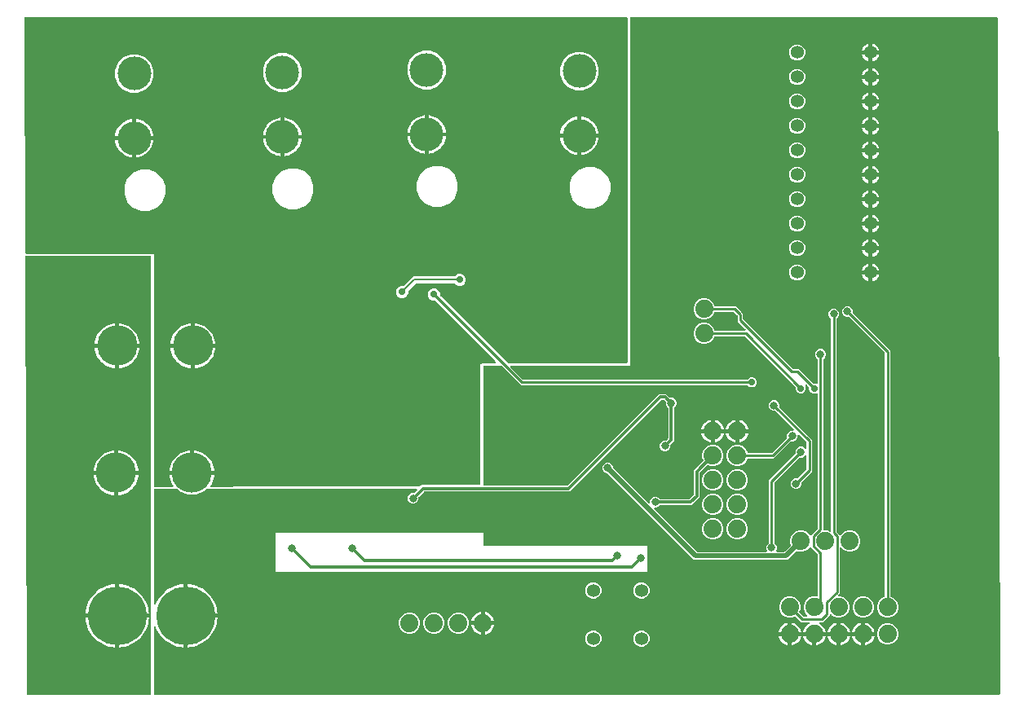
<source format=gbr>
G04 EAGLE Gerber RS-274X export*
G75*
%MOMM*%
%FSLAX34Y34*%
%LPD*%
%INBottom Copper*%
%IPPOS*%
%AMOC8*
5,1,8,0,0,1.08239X$1,22.5*%
G01*
%ADD10C,4.191000*%
%ADD11C,1.879600*%
%ADD12C,3.500000*%
%ADD13C,6.096000*%
%ADD14C,1.355600*%
%ADD15C,0.812800*%
%ADD16C,0.805600*%
%ADD17C,0.304800*%
%ADD18C,0.508000*%
%ADD19C,0.736600*%
%ADD20C,0.203200*%
%ADD21C,0.254000*%

G36*
X1017430Y5216D02*
X1017430Y5216D01*
X1017490Y5215D01*
X1017570Y5236D01*
X1017652Y5248D01*
X1017707Y5272D01*
X1017765Y5288D01*
X1017836Y5330D01*
X1017911Y5364D01*
X1017957Y5403D01*
X1018009Y5434D01*
X1018065Y5494D01*
X1018128Y5547D01*
X1018162Y5598D01*
X1018203Y5642D01*
X1018240Y5715D01*
X1018286Y5784D01*
X1018304Y5842D01*
X1018331Y5895D01*
X1018342Y5962D01*
X1018372Y6055D01*
X1018374Y6157D01*
X1018386Y6227D01*
X1015899Y708791D01*
X1015891Y708845D01*
X1015892Y708892D01*
X1015892Y708893D01*
X1015892Y708903D01*
X1015870Y708987D01*
X1015858Y709072D01*
X1015835Y709124D01*
X1015820Y709178D01*
X1015776Y709252D01*
X1015741Y709331D01*
X1015704Y709374D01*
X1015675Y709423D01*
X1015612Y709482D01*
X1015556Y709547D01*
X1015509Y709578D01*
X1015468Y709617D01*
X1015391Y709657D01*
X1015319Y709704D01*
X1015265Y709721D01*
X1015215Y709747D01*
X1015146Y709758D01*
X1015048Y709789D01*
X1014950Y709791D01*
X1014884Y709802D01*
X635000Y709802D01*
X634942Y709794D01*
X634884Y709796D01*
X634802Y709774D01*
X634719Y709762D01*
X634665Y709739D01*
X634609Y709724D01*
X634536Y709681D01*
X634459Y709646D01*
X634414Y709608D01*
X634364Y709579D01*
X634306Y709517D01*
X634242Y709463D01*
X634210Y709414D01*
X634170Y709371D01*
X634131Y709296D01*
X634085Y709226D01*
X634067Y709170D01*
X634040Y709118D01*
X634029Y709050D01*
X633999Y708955D01*
X633996Y708855D01*
X633985Y708787D01*
X633985Y347725D01*
X510848Y347725D01*
X510819Y347721D01*
X510790Y347724D01*
X510679Y347701D01*
X510567Y347685D01*
X510540Y347673D01*
X510511Y347668D01*
X510411Y347616D01*
X510307Y347569D01*
X510285Y347550D01*
X510259Y347537D01*
X510177Y347459D01*
X510090Y347386D01*
X510074Y347361D01*
X510053Y347341D01*
X509995Y347243D01*
X509933Y347149D01*
X509924Y347121D01*
X509909Y347096D01*
X509881Y346986D01*
X509847Y346878D01*
X509846Y346848D01*
X509839Y346820D01*
X509842Y346707D01*
X509840Y346594D01*
X509847Y346565D01*
X509848Y346536D01*
X509883Y346428D01*
X509911Y346319D01*
X509926Y346293D01*
X509935Y346265D01*
X509981Y346202D01*
X510057Y346074D01*
X510102Y346031D01*
X510130Y345992D01*
X522830Y333292D01*
X522900Y333240D01*
X522964Y333180D01*
X523013Y333154D01*
X523057Y333121D01*
X523139Y333090D01*
X523217Y333050D01*
X523265Y333042D01*
X523323Y333020D01*
X523471Y333008D01*
X523548Y332995D01*
X755739Y332995D01*
X755826Y333007D01*
X755913Y333010D01*
X755966Y333027D01*
X756021Y333035D01*
X756101Y333070D01*
X756184Y333097D01*
X756223Y333125D01*
X756280Y333151D01*
X756394Y333247D01*
X756457Y333292D01*
X757780Y334615D01*
X759694Y335408D01*
X761766Y335408D01*
X763680Y334615D01*
X765145Y333150D01*
X765938Y331236D01*
X765938Y329164D01*
X765145Y327250D01*
X763680Y325785D01*
X761766Y324992D01*
X759694Y324992D01*
X757780Y325785D01*
X756457Y327108D01*
X756387Y327160D01*
X756324Y327220D01*
X756274Y327246D01*
X756230Y327279D01*
X756148Y327310D01*
X756070Y327350D01*
X756023Y327358D01*
X755964Y327380D01*
X755817Y327392D01*
X755739Y327405D01*
X520812Y327405D01*
X518878Y329340D01*
X500790Y347428D01*
X500720Y347480D01*
X500656Y347540D01*
X500607Y347566D01*
X500563Y347599D01*
X500481Y347630D01*
X500403Y347670D01*
X500355Y347678D01*
X500297Y347700D01*
X500149Y347712D01*
X500072Y347725D01*
X482600Y347725D01*
X482542Y347717D01*
X482484Y347719D01*
X482402Y347697D01*
X482319Y347685D01*
X482265Y347662D01*
X482209Y347647D01*
X482136Y347604D01*
X482059Y347569D01*
X482014Y347531D01*
X481964Y347502D01*
X481906Y347440D01*
X481842Y347386D01*
X481810Y347337D01*
X481770Y347294D01*
X481731Y347219D01*
X481685Y347149D01*
X481667Y347093D01*
X481640Y347041D01*
X481629Y346973D01*
X481599Y346878D01*
X481596Y346778D01*
X481585Y346710D01*
X481585Y223774D01*
X481593Y223716D01*
X481591Y223658D01*
X481613Y223576D01*
X481625Y223492D01*
X481649Y223439D01*
X481663Y223383D01*
X481706Y223310D01*
X481741Y223233D01*
X481779Y223188D01*
X481809Y223138D01*
X481870Y223080D01*
X481925Y223016D01*
X481973Y222984D01*
X482016Y222944D01*
X482091Y222905D01*
X482161Y222858D01*
X482217Y222841D01*
X482269Y222814D01*
X482337Y222803D01*
X482432Y222773D01*
X482532Y222770D01*
X482600Y222759D01*
X568547Y222759D01*
X568633Y222771D01*
X568721Y222774D01*
X568773Y222791D01*
X568828Y222799D01*
X568908Y222834D01*
X568991Y222861D01*
X569030Y222889D01*
X569088Y222915D01*
X569201Y223011D01*
X569265Y223056D01*
X664217Y318009D01*
X671823Y318009D01*
X675335Y314496D01*
X675405Y314444D01*
X675469Y314384D01*
X675519Y314358D01*
X675563Y314325D01*
X675644Y314294D01*
X675722Y314254D01*
X675770Y314246D01*
X675828Y314224D01*
X675976Y314212D01*
X676053Y314199D01*
X678022Y314199D01*
X680076Y313348D01*
X681648Y311776D01*
X682499Y309722D01*
X682499Y307498D01*
X681648Y305444D01*
X680256Y304052D01*
X680204Y303983D01*
X680144Y303919D01*
X680118Y303869D01*
X680085Y303825D01*
X680054Y303743D01*
X680014Y303666D01*
X680006Y303618D01*
X679984Y303560D01*
X679972Y303412D01*
X679959Y303335D01*
X679959Y269247D01*
X676446Y265735D01*
X676394Y265665D01*
X676334Y265601D01*
X676308Y265551D01*
X676275Y265507D01*
X676244Y265426D01*
X676204Y265348D01*
X676196Y265300D01*
X676174Y265242D01*
X676162Y265094D01*
X676149Y265017D01*
X676149Y263048D01*
X675298Y260994D01*
X673726Y259422D01*
X671672Y258571D01*
X669448Y258571D01*
X667394Y259422D01*
X665822Y260994D01*
X664971Y263048D01*
X664971Y265272D01*
X665822Y267326D01*
X667394Y268898D01*
X669448Y269749D01*
X671417Y269749D01*
X671503Y269761D01*
X671591Y269764D01*
X671643Y269781D01*
X671698Y269789D01*
X671778Y269824D01*
X671861Y269851D01*
X671900Y269879D01*
X671958Y269905D01*
X672071Y270001D01*
X672135Y270046D01*
X673564Y271475D01*
X673616Y271545D01*
X673676Y271609D01*
X673702Y271659D01*
X673735Y271703D01*
X673766Y271784D01*
X673806Y271862D01*
X673814Y271910D01*
X673836Y271968D01*
X673841Y272032D01*
X673847Y272051D01*
X673849Y272121D01*
X673861Y272193D01*
X673861Y303335D01*
X673849Y303421D01*
X673846Y303509D01*
X673829Y303561D01*
X673821Y303616D01*
X673786Y303696D01*
X673759Y303779D01*
X673731Y303818D01*
X673705Y303875D01*
X673609Y303989D01*
X673564Y304052D01*
X672172Y305444D01*
X671321Y307498D01*
X671321Y309467D01*
X671309Y309553D01*
X671306Y309641D01*
X671289Y309693D01*
X671281Y309748D01*
X671246Y309828D01*
X671219Y309911D01*
X671191Y309950D01*
X671165Y310008D01*
X671069Y310121D01*
X671024Y310185D01*
X669595Y311614D01*
X669525Y311666D01*
X669461Y311726D01*
X669411Y311752D01*
X669367Y311785D01*
X669286Y311816D01*
X669208Y311856D01*
X669160Y311864D01*
X669102Y311886D01*
X668954Y311898D01*
X668877Y311911D01*
X667163Y311911D01*
X667077Y311899D01*
X666989Y311896D01*
X666937Y311879D01*
X666882Y311871D01*
X666802Y311836D01*
X666719Y311809D01*
X666680Y311781D01*
X666622Y311755D01*
X666509Y311659D01*
X666445Y311614D01*
X571493Y216661D01*
X420783Y216661D01*
X420697Y216649D01*
X420609Y216646D01*
X420557Y216629D01*
X420502Y216621D01*
X420422Y216586D01*
X420339Y216559D01*
X420300Y216531D01*
X420242Y216505D01*
X420129Y216409D01*
X420065Y216364D01*
X414826Y211125D01*
X414774Y211055D01*
X414714Y210991D01*
X414688Y210941D01*
X414655Y210897D01*
X414624Y210816D01*
X414584Y210738D01*
X414576Y210690D01*
X414554Y210632D01*
X414542Y210484D01*
X414529Y210407D01*
X414529Y208438D01*
X413678Y206384D01*
X412106Y204812D01*
X410052Y203961D01*
X407828Y203961D01*
X405774Y204812D01*
X404202Y206384D01*
X403351Y208438D01*
X403351Y210662D01*
X404202Y212716D01*
X405774Y214288D01*
X407828Y215139D01*
X409797Y215139D01*
X409883Y215151D01*
X409971Y215154D01*
X410023Y215171D01*
X410078Y215179D01*
X410158Y215214D01*
X410241Y215241D01*
X410280Y215269D01*
X410338Y215295D01*
X410451Y215391D01*
X410515Y215436D01*
X412801Y217722D01*
X412818Y217746D01*
X412841Y217765D01*
X412904Y217859D01*
X412971Y217949D01*
X412982Y217977D01*
X412998Y218001D01*
X413032Y218109D01*
X413073Y218215D01*
X413075Y218244D01*
X413084Y218272D01*
X413087Y218386D01*
X413096Y218498D01*
X413090Y218527D01*
X413091Y218556D01*
X413063Y218666D01*
X413040Y218777D01*
X413027Y218803D01*
X413019Y218831D01*
X412962Y218929D01*
X412909Y219029D01*
X412889Y219051D01*
X412874Y219076D01*
X412792Y219153D01*
X412714Y219235D01*
X412688Y219250D01*
X412667Y219270D01*
X412566Y219322D01*
X412468Y219379D01*
X412440Y219386D01*
X412414Y219400D01*
X412336Y219413D01*
X412193Y219449D01*
X412130Y219447D01*
X412083Y219455D01*
X194517Y219455D01*
X194430Y219443D01*
X194343Y219440D01*
X194290Y219423D01*
X194235Y219415D01*
X194156Y219380D01*
X194072Y219353D01*
X194033Y219325D01*
X193976Y219299D01*
X193863Y219203D01*
X193799Y219158D01*
X191804Y217163D01*
X183541Y213740D01*
X174599Y213740D01*
X166336Y217163D01*
X164341Y219158D01*
X164271Y219210D01*
X164207Y219270D01*
X164158Y219296D01*
X164114Y219329D01*
X164032Y219360D01*
X163954Y219400D01*
X163907Y219408D01*
X163848Y219430D01*
X163700Y219442D01*
X163623Y219455D01*
X140970Y219455D01*
X140912Y219447D01*
X140854Y219449D01*
X140772Y219427D01*
X140689Y219415D01*
X140635Y219392D01*
X140579Y219377D01*
X140506Y219334D01*
X140429Y219299D01*
X140384Y219261D01*
X140334Y219232D01*
X140276Y219170D01*
X140212Y219116D01*
X140180Y219067D01*
X140140Y219024D01*
X140101Y218949D01*
X140055Y218879D01*
X140037Y218823D01*
X140010Y218771D01*
X139999Y218703D01*
X139969Y218608D01*
X139966Y218508D01*
X139955Y218440D01*
X139955Y99919D01*
X139967Y99834D01*
X139969Y99748D01*
X139987Y99694D01*
X139995Y99637D01*
X140030Y99559D01*
X140056Y99477D01*
X140088Y99430D01*
X140111Y99378D01*
X140166Y99312D01*
X140214Y99241D01*
X140258Y99204D01*
X140294Y99161D01*
X140366Y99113D01*
X140432Y99058D01*
X140484Y99035D01*
X140531Y99003D01*
X140613Y98978D01*
X140692Y98943D01*
X140748Y98935D01*
X140802Y98918D01*
X140888Y98915D01*
X140973Y98904D01*
X141029Y98912D01*
X141086Y98910D01*
X141169Y98932D01*
X141254Y98944D01*
X141306Y98968D01*
X141361Y98982D01*
X141435Y99026D01*
X141514Y99061D01*
X141557Y99098D01*
X141606Y99127D01*
X141665Y99190D01*
X141730Y99246D01*
X141756Y99288D01*
X141800Y99335D01*
X141866Y99464D01*
X141908Y99530D01*
X142834Y101765D01*
X144363Y104626D01*
X146166Y107324D01*
X148224Y109832D01*
X150518Y112126D01*
X153026Y114184D01*
X155724Y115987D01*
X158585Y117516D01*
X161582Y118758D01*
X164687Y119700D01*
X167869Y120333D01*
X170689Y120610D01*
X170689Y88646D01*
X170697Y88588D01*
X170695Y88530D01*
X170717Y88448D01*
X170729Y88365D01*
X170753Y88311D01*
X170767Y88255D01*
X170810Y88182D01*
X170845Y88105D01*
X170883Y88061D01*
X170913Y88010D01*
X170974Y87953D01*
X171029Y87888D01*
X171077Y87856D01*
X171120Y87816D01*
X171195Y87777D01*
X171265Y87731D01*
X171321Y87713D01*
X171373Y87686D01*
X171441Y87675D01*
X171536Y87645D01*
X171636Y87642D01*
X171704Y87631D01*
X172721Y87631D01*
X172721Y87629D01*
X171704Y87629D01*
X171646Y87621D01*
X171588Y87622D01*
X171506Y87601D01*
X171423Y87589D01*
X171369Y87565D01*
X171313Y87551D01*
X171240Y87508D01*
X171163Y87473D01*
X171118Y87435D01*
X171068Y87405D01*
X171010Y87344D01*
X170946Y87289D01*
X170914Y87241D01*
X170874Y87198D01*
X170835Y87123D01*
X170789Y87053D01*
X170771Y86997D01*
X170744Y86945D01*
X170733Y86877D01*
X170703Y86782D01*
X170700Y86682D01*
X170689Y86614D01*
X170689Y54650D01*
X167869Y54927D01*
X164687Y55560D01*
X161582Y56502D01*
X158585Y57744D01*
X155724Y59273D01*
X153026Y61076D01*
X150518Y63134D01*
X148224Y65428D01*
X146166Y67936D01*
X144363Y70634D01*
X142834Y73495D01*
X141908Y75730D01*
X141864Y75804D01*
X141829Y75882D01*
X141792Y75925D01*
X141763Y75974D01*
X141701Y76033D01*
X141645Y76099D01*
X141598Y76130D01*
X141557Y76170D01*
X141480Y76209D01*
X141409Y76257D01*
X141355Y76274D01*
X141304Y76300D01*
X141220Y76316D01*
X141138Y76342D01*
X141081Y76344D01*
X141025Y76355D01*
X140940Y76347D01*
X140854Y76350D01*
X140799Y76335D01*
X140742Y76330D01*
X140662Y76299D01*
X140579Y76278D01*
X140530Y76249D01*
X140477Y76228D01*
X140408Y76176D01*
X140334Y76133D01*
X140295Y76091D01*
X140250Y76057D01*
X140198Y75988D01*
X140140Y75925D01*
X140114Y75875D01*
X140080Y75829D01*
X140049Y75749D01*
X140010Y75672D01*
X140002Y75623D01*
X139979Y75563D01*
X139968Y75418D01*
X139955Y75341D01*
X139955Y6223D01*
X139963Y6165D01*
X139961Y6107D01*
X139983Y6025D01*
X139995Y5941D01*
X140018Y5888D01*
X140033Y5832D01*
X140076Y5759D01*
X140111Y5682D01*
X140149Y5637D01*
X140178Y5587D01*
X140240Y5529D01*
X140294Y5465D01*
X140343Y5433D01*
X140386Y5393D01*
X140461Y5354D01*
X140531Y5307D01*
X140587Y5290D01*
X140639Y5263D01*
X140707Y5252D01*
X140802Y5222D01*
X140902Y5219D01*
X140970Y5208D01*
X1017370Y5208D01*
X1017430Y5216D01*
G37*
G36*
X158957Y221243D02*
X158957Y221243D01*
X159015Y221241D01*
X159097Y221263D01*
X159181Y221275D01*
X159234Y221298D01*
X159291Y221313D01*
X159363Y221356D01*
X159441Y221391D01*
X159485Y221428D01*
X159535Y221458D01*
X159593Y221520D01*
X159658Y221575D01*
X159690Y221623D01*
X159730Y221665D01*
X159768Y221741D01*
X159815Y221811D01*
X159833Y221866D01*
X159859Y221918D01*
X159876Y222001D01*
X159901Y222082D01*
X159903Y222140D01*
X159914Y222197D01*
X159906Y222282D01*
X159908Y222366D01*
X159894Y222423D01*
X159889Y222480D01*
X159862Y222544D01*
X159837Y222641D01*
X159786Y222727D01*
X159760Y222790D01*
X158474Y224837D01*
X157329Y227214D01*
X156457Y229705D01*
X155870Y232278D01*
X155654Y234189D01*
X178054Y234189D01*
X178112Y234197D01*
X178170Y234195D01*
X178252Y234217D01*
X178335Y234229D01*
X178389Y234253D01*
X178445Y234267D01*
X178518Y234310D01*
X178595Y234345D01*
X178639Y234383D01*
X178690Y234413D01*
X178747Y234474D01*
X178812Y234529D01*
X178844Y234577D01*
X178884Y234620D01*
X178923Y234695D01*
X178969Y234765D01*
X178987Y234821D01*
X179014Y234873D01*
X179025Y234941D01*
X179055Y235036D01*
X179058Y235136D01*
X179069Y235204D01*
X179069Y236221D01*
X179071Y236221D01*
X179071Y235204D01*
X179079Y235146D01*
X179078Y235088D01*
X179099Y235006D01*
X179111Y234923D01*
X179135Y234869D01*
X179149Y234813D01*
X179192Y234740D01*
X179227Y234663D01*
X179265Y234618D01*
X179295Y234568D01*
X179356Y234510D01*
X179411Y234446D01*
X179459Y234414D01*
X179502Y234374D01*
X179577Y234335D01*
X179647Y234289D01*
X179703Y234271D01*
X179755Y234244D01*
X179823Y234233D01*
X179918Y234203D01*
X180018Y234200D01*
X180086Y234189D01*
X202486Y234189D01*
X202270Y232278D01*
X201683Y229705D01*
X200811Y227214D01*
X199666Y224837D01*
X198380Y222790D01*
X198357Y222737D01*
X198325Y222689D01*
X198299Y222608D01*
X198264Y222531D01*
X198256Y222473D01*
X198239Y222418D01*
X198237Y222333D01*
X198225Y222249D01*
X198233Y222192D01*
X198232Y222134D01*
X198253Y222052D01*
X198265Y221968D01*
X198289Y221915D01*
X198303Y221859D01*
X198347Y221786D01*
X198381Y221708D01*
X198419Y221664D01*
X198449Y221614D01*
X198510Y221556D01*
X198565Y221492D01*
X198614Y221459D01*
X198656Y221420D01*
X198731Y221381D01*
X198802Y221334D01*
X198857Y221317D01*
X198909Y221290D01*
X198977Y221279D01*
X199073Y221249D01*
X199172Y221246D01*
X199240Y221235D01*
X220980Y221235D01*
X221038Y221243D01*
X221096Y221241D01*
X221178Y221263D01*
X221262Y221275D01*
X221315Y221299D01*
X221371Y221313D01*
X221444Y221356D01*
X221521Y221391D01*
X221566Y221429D01*
X221616Y221459D01*
X221674Y221520D01*
X221738Y221575D01*
X221770Y221623D01*
X221810Y221666D01*
X221849Y221741D01*
X221896Y221811D01*
X221913Y221867D01*
X221940Y221919D01*
X221951Y221987D01*
X221981Y222082D01*
X221984Y222182D01*
X221995Y222250D01*
X221995Y222505D01*
X415726Y222505D01*
X415812Y222517D01*
X415900Y222520D01*
X415953Y222537D01*
X416007Y222545D01*
X416087Y222580D01*
X416170Y222607D01*
X416210Y222635D01*
X416267Y222661D01*
X416380Y222757D01*
X416444Y222802D01*
X417416Y223775D01*
X477520Y223775D01*
X477578Y223783D01*
X477636Y223781D01*
X477718Y223803D01*
X477802Y223815D01*
X477855Y223838D01*
X477911Y223853D01*
X477984Y223896D01*
X478061Y223931D01*
X478106Y223969D01*
X478156Y223998D01*
X478214Y224060D01*
X478278Y224114D01*
X478310Y224163D01*
X478350Y224206D01*
X478389Y224281D01*
X478436Y224351D01*
X478453Y224407D01*
X478480Y224459D01*
X478491Y224527D01*
X478521Y224622D01*
X478524Y224722D01*
X478535Y224790D01*
X478535Y349505D01*
X479944Y349505D01*
X480031Y349517D01*
X480118Y349520D01*
X480171Y349537D01*
X480226Y349545D01*
X480306Y349580D01*
X480389Y349607D01*
X480428Y349635D01*
X480485Y349661D01*
X480598Y349757D01*
X480662Y349802D01*
X481127Y350267D01*
X494063Y350267D01*
X494092Y350271D01*
X494121Y350268D01*
X494232Y350291D01*
X494345Y350307D01*
X494371Y350319D01*
X494400Y350324D01*
X494501Y350376D01*
X494604Y350423D01*
X494626Y350442D01*
X494652Y350455D01*
X494735Y350533D01*
X494821Y350606D01*
X494837Y350631D01*
X494859Y350651D01*
X494916Y350749D01*
X494979Y350843D01*
X494987Y350871D01*
X495002Y350896D01*
X495030Y351006D01*
X495064Y351114D01*
X495065Y351144D01*
X495072Y351172D01*
X495069Y351285D01*
X495072Y351398D01*
X495064Y351427D01*
X495063Y351456D01*
X495028Y351564D01*
X495000Y351673D01*
X494985Y351699D01*
X494976Y351727D01*
X494930Y351790D01*
X494855Y351918D01*
X494809Y351961D01*
X494781Y352000D01*
X431662Y415119D01*
X431592Y415171D01*
X431528Y415231D01*
X431479Y415257D01*
X431435Y415290D01*
X431353Y415321D01*
X431275Y415361D01*
X431228Y415369D01*
X431169Y415391D01*
X431021Y415403D01*
X430944Y415416D01*
X429292Y415416D01*
X427004Y416364D01*
X425254Y418114D01*
X424306Y420402D01*
X424306Y422878D01*
X425254Y425166D01*
X427004Y426916D01*
X429292Y427864D01*
X431768Y427864D01*
X434056Y426916D01*
X435806Y425166D01*
X436754Y422878D01*
X436754Y421226D01*
X436762Y421170D01*
X436760Y421123D01*
X436767Y421096D01*
X436769Y421052D01*
X436786Y420999D01*
X436794Y420944D01*
X436826Y420873D01*
X436832Y420848D01*
X436838Y420838D01*
X436856Y420781D01*
X436884Y420742D01*
X436910Y420685D01*
X436974Y420610D01*
X436977Y420603D01*
X436985Y420596D01*
X437006Y420572D01*
X437051Y420508D01*
X506995Y350564D01*
X507065Y350512D01*
X507129Y350452D01*
X507178Y350426D01*
X507222Y350393D01*
X507304Y350362D01*
X507382Y350322D01*
X507429Y350314D01*
X507488Y350292D01*
X507636Y350280D01*
X507713Y350267D01*
X630428Y350267D01*
X630486Y350275D01*
X630544Y350273D01*
X630626Y350295D01*
X630710Y350307D01*
X630763Y350330D01*
X630819Y350345D01*
X630892Y350388D01*
X630969Y350423D01*
X631014Y350461D01*
X631064Y350490D01*
X631122Y350552D01*
X631186Y350606D01*
X631218Y350655D01*
X631258Y350698D01*
X631297Y350773D01*
X631344Y350843D01*
X631361Y350899D01*
X631388Y350951D01*
X631399Y351019D01*
X631429Y351114D01*
X631432Y351214D01*
X631443Y351282D01*
X631443Y708787D01*
X631435Y708845D01*
X631437Y708903D01*
X631415Y708985D01*
X631403Y709069D01*
X631380Y709122D01*
X631365Y709178D01*
X631322Y709251D01*
X631287Y709328D01*
X631249Y709373D01*
X631220Y709423D01*
X631158Y709481D01*
X631104Y709545D01*
X631055Y709577D01*
X631012Y709617D01*
X630937Y709656D01*
X630867Y709703D01*
X630811Y709720D01*
X630759Y709747D01*
X630691Y709758D01*
X630596Y709788D01*
X630496Y709791D01*
X630428Y709802D01*
X6250Y709802D01*
X6190Y709794D01*
X6130Y709795D01*
X6050Y709774D01*
X5968Y709762D01*
X5913Y709738D01*
X5855Y709722D01*
X5784Y709680D01*
X5709Y709646D01*
X5663Y709607D01*
X5611Y709576D01*
X5555Y709516D01*
X5492Y709463D01*
X5458Y709412D01*
X5417Y709368D01*
X5380Y709295D01*
X5334Y709226D01*
X5316Y709168D01*
X5289Y709115D01*
X5278Y709048D01*
X5248Y708955D01*
X5246Y708853D01*
X5234Y708783D01*
X6098Y464816D01*
X6106Y464760D01*
X6105Y464704D01*
X6126Y464620D01*
X6139Y464535D01*
X6162Y464483D01*
X6176Y464429D01*
X6220Y464355D01*
X6256Y464276D01*
X6293Y464233D01*
X6322Y464184D01*
X6385Y464125D01*
X6440Y464060D01*
X6488Y464029D01*
X6529Y463990D01*
X6606Y463950D01*
X6678Y463903D01*
X6732Y463886D01*
X6782Y463860D01*
X6851Y463849D01*
X6949Y463818D01*
X7046Y463816D01*
X7113Y463805D01*
X139955Y463805D01*
X139955Y222250D01*
X139963Y222192D01*
X139961Y222134D01*
X139983Y222052D01*
X139995Y221969D01*
X140019Y221915D01*
X140033Y221859D01*
X140076Y221786D01*
X140111Y221709D01*
X140149Y221664D01*
X140179Y221614D01*
X140240Y221556D01*
X140295Y221492D01*
X140343Y221460D01*
X140386Y221420D01*
X140461Y221381D01*
X140531Y221335D01*
X140587Y221317D01*
X140639Y221290D01*
X140707Y221279D01*
X140802Y221249D01*
X140902Y221246D01*
X140970Y221235D01*
X158900Y221235D01*
X158957Y221243D01*
G37*
G36*
X135948Y5216D02*
X135948Y5216D01*
X136006Y5214D01*
X136088Y5236D01*
X136172Y5248D01*
X136225Y5271D01*
X136281Y5286D01*
X136354Y5329D01*
X136431Y5364D01*
X136476Y5402D01*
X136526Y5431D01*
X136584Y5493D01*
X136648Y5547D01*
X136680Y5596D01*
X136720Y5639D01*
X136759Y5714D01*
X136806Y5784D01*
X136823Y5840D01*
X136850Y5892D01*
X136861Y5960D01*
X136891Y6055D01*
X136894Y6155D01*
X136905Y6223D01*
X136905Y461010D01*
X136897Y461068D01*
X136899Y461126D01*
X136877Y461208D01*
X136865Y461292D01*
X136842Y461345D01*
X136827Y461401D01*
X136784Y461474D01*
X136749Y461551D01*
X136711Y461596D01*
X136682Y461646D01*
X136620Y461704D01*
X136566Y461768D01*
X136517Y461800D01*
X136474Y461840D01*
X136399Y461879D01*
X136329Y461926D01*
X136273Y461943D01*
X136221Y461970D01*
X136153Y461981D01*
X136058Y462011D01*
X135958Y462014D01*
X135890Y462025D01*
X7127Y462025D01*
X7067Y462017D01*
X7007Y462018D01*
X6927Y461997D01*
X6845Y461985D01*
X6790Y461961D01*
X6732Y461945D01*
X6661Y461903D01*
X6586Y461869D01*
X6540Y461830D01*
X6488Y461799D01*
X6432Y461739D01*
X6369Y461686D01*
X6335Y461635D01*
X6294Y461591D01*
X6257Y461518D01*
X6211Y461449D01*
X6193Y461391D01*
X6166Y461338D01*
X6155Y461271D01*
X6125Y461178D01*
X6123Y461076D01*
X6111Y461006D01*
X7721Y6219D01*
X7729Y6163D01*
X7728Y6107D01*
X7750Y6023D01*
X7762Y5938D01*
X7785Y5886D01*
X7800Y5832D01*
X7844Y5758D01*
X7879Y5679D01*
X7916Y5636D01*
X7945Y5587D01*
X8008Y5528D01*
X8064Y5463D01*
X8111Y5432D01*
X8152Y5393D01*
X8229Y5353D01*
X8301Y5306D01*
X8355Y5289D01*
X8405Y5263D01*
X8474Y5252D01*
X8572Y5221D01*
X8670Y5219D01*
X8736Y5208D01*
X135890Y5208D01*
X135948Y5216D01*
G37*
%LPC*%
G36*
X825499Y68579D02*
X825499Y68579D01*
X825499Y69596D01*
X825491Y69654D01*
X825492Y69712D01*
X825471Y69794D01*
X825459Y69877D01*
X825435Y69931D01*
X825421Y69987D01*
X825378Y70060D01*
X825343Y70137D01*
X825305Y70182D01*
X825275Y70232D01*
X825214Y70290D01*
X825159Y70354D01*
X825111Y70386D01*
X825068Y70426D01*
X824993Y70465D01*
X824923Y70511D01*
X824867Y70529D01*
X824815Y70556D01*
X824747Y70567D01*
X824652Y70597D01*
X824552Y70600D01*
X824484Y70611D01*
X813613Y70611D01*
X813622Y70625D01*
X813696Y70726D01*
X813701Y70741D01*
X813712Y70756D01*
X813800Y71026D01*
X813800Y71036D01*
X813803Y71044D01*
X813855Y71376D01*
X814436Y73163D01*
X815289Y74837D01*
X816394Y76358D01*
X817722Y77686D01*
X819243Y78791D01*
X819860Y79105D01*
X819898Y79132D01*
X819940Y79151D01*
X820014Y79213D01*
X820093Y79269D01*
X820122Y79305D01*
X820157Y79335D01*
X820211Y79415D01*
X820271Y79490D01*
X820289Y79533D01*
X820315Y79571D01*
X820344Y79663D01*
X820381Y79752D01*
X820386Y79798D01*
X820400Y79842D01*
X820403Y79939D01*
X820414Y80035D01*
X820406Y80080D01*
X820408Y80126D01*
X820383Y80220D01*
X820367Y80315D01*
X820348Y80357D01*
X820336Y80401D01*
X820287Y80484D01*
X820245Y80572D01*
X820214Y80606D01*
X820191Y80646D01*
X820120Y80712D01*
X820056Y80784D01*
X820017Y80809D01*
X819983Y80840D01*
X819897Y80884D01*
X819816Y80936D01*
X819771Y80949D01*
X819730Y80970D01*
X819656Y80982D01*
X819543Y81015D01*
X819459Y81015D01*
X819399Y81025D01*
X811642Y81025D01*
X806145Y86523D01*
X806144Y86524D01*
X806143Y86525D01*
X806029Y86610D01*
X805918Y86694D01*
X805916Y86694D01*
X805915Y86695D01*
X805783Y86745D01*
X805652Y86795D01*
X805650Y86795D01*
X805649Y86796D01*
X805505Y86807D01*
X805369Y86818D01*
X805367Y86818D01*
X805366Y86818D01*
X805350Y86815D01*
X805090Y86763D01*
X805063Y86749D01*
X805038Y86743D01*
X802273Y85597D01*
X797927Y85597D01*
X793913Y87260D01*
X790840Y90333D01*
X789177Y94347D01*
X789177Y98693D01*
X790840Y102707D01*
X793913Y105780D01*
X797927Y107443D01*
X802273Y107443D01*
X806287Y105780D01*
X809360Y102707D01*
X811023Y98693D01*
X811023Y94347D01*
X809877Y91582D01*
X809877Y91580D01*
X809876Y91579D01*
X809842Y91444D01*
X809806Y91306D01*
X809806Y91305D01*
X809806Y91303D01*
X809810Y91163D01*
X809814Y91022D01*
X809815Y91021D01*
X809815Y91019D01*
X809858Y90886D01*
X809901Y90751D01*
X809902Y90750D01*
X809902Y90749D01*
X809911Y90736D01*
X810059Y90515D01*
X810083Y90496D01*
X810097Y90475D01*
X813660Y86912D01*
X813730Y86860D01*
X813794Y86800D01*
X813843Y86774D01*
X813887Y86741D01*
X813969Y86710D01*
X814047Y86670D01*
X814095Y86662D01*
X814153Y86640D01*
X814301Y86628D01*
X814378Y86615D01*
X817507Y86615D01*
X817536Y86619D01*
X817565Y86616D01*
X817677Y86639D01*
X817789Y86655D01*
X817815Y86667D01*
X817844Y86672D01*
X817945Y86725D01*
X818048Y86771D01*
X818070Y86790D01*
X818097Y86803D01*
X818179Y86881D01*
X818265Y86954D01*
X818281Y86979D01*
X818303Y86999D01*
X818360Y87097D01*
X818423Y87191D01*
X818432Y87219D01*
X818446Y87244D01*
X818474Y87354D01*
X818508Y87462D01*
X818509Y87492D01*
X818516Y87520D01*
X818513Y87633D01*
X818516Y87746D01*
X818508Y87775D01*
X818507Y87804D01*
X818472Y87912D01*
X818444Y88021D01*
X818429Y88047D01*
X818420Y88075D01*
X818374Y88138D01*
X818299Y88266D01*
X818253Y88309D01*
X818225Y88348D01*
X816240Y90333D01*
X814577Y94347D01*
X814577Y98693D01*
X816240Y102707D01*
X819313Y105780D01*
X823327Y107443D01*
X827686Y107443D01*
X827763Y107423D01*
X827872Y107388D01*
X827900Y107387D01*
X827927Y107381D01*
X828042Y107384D01*
X828156Y107381D01*
X828183Y107388D01*
X828211Y107389D01*
X828320Y107424D01*
X828431Y107453D01*
X828455Y107467D01*
X828482Y107475D01*
X828577Y107539D01*
X828676Y107598D01*
X828695Y107618D01*
X828718Y107634D01*
X828792Y107721D01*
X828870Y107805D01*
X828883Y107830D01*
X828901Y107851D01*
X828948Y107956D01*
X829000Y108058D01*
X829004Y108083D01*
X829016Y108111D01*
X829053Y108375D01*
X829055Y108389D01*
X829055Y151360D01*
X829043Y151446D01*
X829040Y151534D01*
X829023Y151586D01*
X829015Y151641D01*
X828980Y151721D01*
X828953Y151804D01*
X828925Y151844D01*
X828899Y151901D01*
X828803Y152014D01*
X828800Y152019D01*
X828787Y152040D01*
X828780Y152046D01*
X828758Y152078D01*
X822074Y158761D01*
X822027Y158797D01*
X821987Y158839D01*
X821914Y158882D01*
X821847Y158932D01*
X821792Y158953D01*
X821742Y158983D01*
X821660Y159003D01*
X821581Y159033D01*
X821523Y159038D01*
X821466Y159053D01*
X821382Y159050D01*
X821298Y159057D01*
X821241Y159046D01*
X821182Y159044D01*
X821102Y159018D01*
X821019Y159001D01*
X820967Y158974D01*
X820912Y158956D01*
X820856Y158916D01*
X820767Y158870D01*
X820695Y158801D01*
X820638Y158761D01*
X817717Y155840D01*
X813703Y154177D01*
X809357Y154177D01*
X807862Y154797D01*
X807860Y154797D01*
X807859Y154798D01*
X807724Y154832D01*
X807586Y154868D01*
X807585Y154868D01*
X807583Y154868D01*
X807443Y154864D01*
X807302Y154860D01*
X807301Y154859D01*
X807299Y154859D01*
X807166Y154816D01*
X807031Y154773D01*
X807030Y154772D01*
X807029Y154772D01*
X807016Y154763D01*
X806795Y154615D01*
X806775Y154591D01*
X806755Y154577D01*
X797974Y145795D01*
X700626Y145795D01*
X611008Y235414D01*
X610938Y235466D01*
X610874Y235526D01*
X610825Y235552D01*
X610780Y235585D01*
X610699Y235616D01*
X610621Y235656D01*
X610573Y235664D01*
X610515Y235686D01*
X610367Y235698D01*
X610290Y235711D01*
X609758Y235711D01*
X607704Y236562D01*
X606132Y238134D01*
X605281Y240188D01*
X605281Y242412D01*
X606132Y244466D01*
X607704Y246038D01*
X609758Y246889D01*
X611982Y246889D01*
X614036Y246038D01*
X615608Y244466D01*
X616459Y242412D01*
X616459Y241880D01*
X616471Y241794D01*
X616474Y241706D01*
X616491Y241654D01*
X616499Y241599D01*
X616534Y241519D01*
X616561Y241436D01*
X616589Y241396D01*
X616615Y241339D01*
X616711Y241226D01*
X616756Y241162D01*
X653078Y204840D01*
X653102Y204823D01*
X653121Y204800D01*
X653215Y204737D01*
X653305Y204669D01*
X653333Y204659D01*
X653357Y204643D01*
X653465Y204608D01*
X653571Y204568D01*
X653600Y204566D01*
X653628Y204557D01*
X653742Y204554D01*
X653854Y204545D01*
X653883Y204550D01*
X653912Y204550D01*
X654022Y204578D01*
X654133Y204600D01*
X654159Y204614D01*
X654187Y204621D01*
X654285Y204679D01*
X654385Y204731D01*
X654407Y204752D01*
X654432Y204767D01*
X654509Y204849D01*
X654591Y204927D01*
X654606Y204953D01*
X654626Y204974D01*
X654678Y205075D01*
X654735Y205173D01*
X654742Y205201D01*
X654756Y205227D01*
X654769Y205304D01*
X654805Y205448D01*
X654803Y205511D01*
X654811Y205558D01*
X654811Y206852D01*
X655662Y208906D01*
X657234Y210478D01*
X659288Y211329D01*
X661512Y211329D01*
X663566Y210478D01*
X664958Y209086D01*
X665027Y209034D01*
X665091Y208974D01*
X665141Y208948D01*
X665185Y208915D01*
X665266Y208884D01*
X665344Y208844D01*
X665392Y208836D01*
X665450Y208814D01*
X665598Y208802D01*
X665675Y208789D01*
X695547Y208789D01*
X695633Y208801D01*
X695721Y208804D01*
X695773Y208821D01*
X695828Y208829D01*
X695908Y208864D01*
X695991Y208891D01*
X696030Y208919D01*
X696088Y208945D01*
X696201Y209041D01*
X696265Y209086D01*
X700234Y213055D01*
X700286Y213125D01*
X700346Y213189D01*
X700372Y213239D01*
X700405Y213283D01*
X700436Y213364D01*
X700476Y213442D01*
X700484Y213490D01*
X700506Y213548D01*
X700518Y213696D01*
X700531Y213773D01*
X700531Y238753D01*
X709988Y248209D01*
X709988Y248210D01*
X709990Y248211D01*
X710078Y248330D01*
X710158Y248436D01*
X710159Y248438D01*
X710160Y248439D01*
X710210Y248573D01*
X710260Y248702D01*
X710260Y248704D01*
X710260Y248705D01*
X710272Y248850D01*
X710283Y248985D01*
X710283Y248987D01*
X710283Y248988D01*
X710280Y249004D01*
X710227Y249264D01*
X710213Y249291D01*
X710208Y249316D01*
X709167Y251827D01*
X709167Y256173D01*
X710830Y260187D01*
X713903Y263260D01*
X717917Y264923D01*
X722263Y264923D01*
X726277Y263260D01*
X729350Y260187D01*
X731013Y256173D01*
X731013Y251827D01*
X729350Y247813D01*
X726277Y244740D01*
X722263Y243077D01*
X717917Y243077D01*
X715406Y244118D01*
X715404Y244118D01*
X715403Y244119D01*
X715268Y244153D01*
X715130Y244189D01*
X715129Y244189D01*
X715127Y244189D01*
X714987Y244184D01*
X714846Y244180D01*
X714845Y244180D01*
X714843Y244180D01*
X714710Y244137D01*
X714575Y244094D01*
X714574Y244093D01*
X714573Y244092D01*
X714560Y244084D01*
X714339Y243936D01*
X714319Y243912D01*
X714299Y243898D01*
X706926Y236525D01*
X706874Y236455D01*
X706814Y236391D01*
X706788Y236341D01*
X706755Y236297D01*
X706724Y236216D01*
X706684Y236138D01*
X706676Y236090D01*
X706654Y236032D01*
X706642Y235884D01*
X706629Y235807D01*
X706629Y210827D01*
X698493Y202691D01*
X665675Y202691D01*
X665589Y202679D01*
X665501Y202676D01*
X665449Y202659D01*
X665394Y202651D01*
X665314Y202616D01*
X665231Y202589D01*
X665192Y202561D01*
X665135Y202535D01*
X665021Y202439D01*
X664958Y202394D01*
X663566Y201002D01*
X661512Y200151D01*
X660218Y200151D01*
X660189Y200147D01*
X660160Y200150D01*
X660049Y200127D01*
X659937Y200111D01*
X659910Y200099D01*
X659881Y200094D01*
X659781Y200042D01*
X659677Y199995D01*
X659655Y199976D01*
X659629Y199963D01*
X659547Y199885D01*
X659460Y199812D01*
X659444Y199787D01*
X659423Y199767D01*
X659365Y199669D01*
X659303Y199575D01*
X659294Y199547D01*
X659279Y199522D01*
X659251Y199412D01*
X659217Y199304D01*
X659216Y199274D01*
X659209Y199246D01*
X659212Y199133D01*
X659210Y199020D01*
X659217Y198991D01*
X659218Y198962D01*
X659253Y198854D01*
X659281Y198745D01*
X659296Y198719D01*
X659305Y198691D01*
X659351Y198628D01*
X659427Y198500D01*
X659441Y198487D01*
X659442Y198485D01*
X659474Y198455D01*
X659500Y198418D01*
X703696Y154222D01*
X703766Y154170D01*
X703830Y154110D01*
X703879Y154084D01*
X703924Y154051D01*
X704005Y154020D01*
X704083Y153980D01*
X704131Y153972D01*
X704189Y153950D01*
X704337Y153938D01*
X704414Y153925D01*
X775281Y153925D01*
X775395Y153941D01*
X775509Y153951D01*
X775535Y153961D01*
X775563Y153965D01*
X775668Y154012D01*
X775775Y154053D01*
X775797Y154069D01*
X775822Y154081D01*
X775910Y154155D01*
X776001Y154224D01*
X776018Y154247D01*
X776039Y154264D01*
X776103Y154360D01*
X776172Y154452D01*
X776181Y154478D01*
X776197Y154501D01*
X776231Y154611D01*
X776272Y154718D01*
X776274Y154746D01*
X776283Y154772D01*
X776285Y154887D01*
X776295Y155001D01*
X776289Y155026D01*
X776290Y155056D01*
X776223Y155313D01*
X776219Y155329D01*
X775461Y157158D01*
X775461Y159382D01*
X776312Y161436D01*
X777958Y163082D01*
X778010Y163151D01*
X778070Y163215D01*
X778096Y163265D01*
X778129Y163309D01*
X778160Y163390D01*
X778200Y163468D01*
X778208Y163516D01*
X778230Y163574D01*
X778242Y163722D01*
X778255Y163799D01*
X778255Y228290D01*
X805644Y255678D01*
X805696Y255748D01*
X805756Y255812D01*
X805782Y255861D01*
X805815Y255905D01*
X805846Y255987D01*
X805886Y256065D01*
X805894Y256113D01*
X805916Y256171D01*
X805928Y256319D01*
X805941Y256396D01*
X805941Y258724D01*
X806792Y260778D01*
X808364Y262350D01*
X810418Y263201D01*
X812642Y263201D01*
X814696Y262350D01*
X815892Y261154D01*
X815916Y261136D01*
X815935Y261113D01*
X816029Y261051D01*
X816119Y260983D01*
X816147Y260972D01*
X816171Y260956D01*
X816279Y260922D01*
X816385Y260881D01*
X816414Y260879D01*
X816442Y260870D01*
X816556Y260867D01*
X816668Y260858D01*
X816697Y260864D01*
X816726Y260863D01*
X816836Y260891D01*
X816947Y260914D01*
X816973Y260927D01*
X817001Y260935D01*
X817099Y260992D01*
X817199Y261045D01*
X817221Y261065D01*
X817246Y261080D01*
X817323Y261162D01*
X817405Y261240D01*
X817420Y261266D01*
X817440Y261287D01*
X817492Y261388D01*
X817549Y261486D01*
X817556Y261514D01*
X817570Y261540D01*
X817583Y261618D01*
X817619Y261761D01*
X817617Y261824D01*
X817625Y261871D01*
X817625Y267662D01*
X817613Y267748D01*
X817610Y267836D01*
X817593Y267889D01*
X817585Y267943D01*
X817550Y268023D01*
X817523Y268106D01*
X817495Y268146D01*
X817469Y268203D01*
X817373Y268316D01*
X817328Y268380D01*
X809962Y275746D01*
X809938Y275763D01*
X809919Y275786D01*
X809825Y275849D01*
X809735Y275917D01*
X809707Y275927D01*
X809683Y275943D01*
X809575Y275978D01*
X809469Y276018D01*
X809440Y276020D01*
X809412Y276029D01*
X809298Y276032D01*
X809186Y276041D01*
X809157Y276036D01*
X809128Y276036D01*
X809018Y276008D01*
X808907Y275986D01*
X808881Y275972D01*
X808853Y275965D01*
X808755Y275907D01*
X808655Y275855D01*
X808633Y275834D01*
X808608Y275819D01*
X808531Y275737D01*
X808449Y275659D01*
X808434Y275633D01*
X808414Y275612D01*
X808362Y275511D01*
X808305Y275414D01*
X808298Y275385D01*
X808284Y275359D01*
X808271Y275282D01*
X808235Y275138D01*
X808237Y275076D01*
X808229Y275028D01*
X808229Y273208D01*
X807378Y271154D01*
X805806Y269582D01*
X803752Y268731D01*
X801424Y268731D01*
X801338Y268719D01*
X801250Y268716D01*
X801197Y268699D01*
X801143Y268691D01*
X801063Y268656D01*
X800980Y268629D01*
X800940Y268601D01*
X800883Y268575D01*
X800770Y268479D01*
X800706Y268434D01*
X783478Y251205D01*
X756833Y251205D01*
X756832Y251205D01*
X756830Y251205D01*
X756690Y251185D01*
X756552Y251165D01*
X756550Y251165D01*
X756549Y251165D01*
X756423Y251108D01*
X756293Y251049D01*
X756291Y251048D01*
X756290Y251047D01*
X756180Y250954D01*
X756076Y250866D01*
X756075Y250864D01*
X756073Y250863D01*
X756065Y250850D01*
X755918Y250629D01*
X755909Y250600D01*
X755895Y250579D01*
X754750Y247813D01*
X751677Y244740D01*
X747663Y243077D01*
X743317Y243077D01*
X739303Y244740D01*
X736230Y247813D01*
X734567Y251827D01*
X734567Y256173D01*
X736230Y260187D01*
X739303Y263260D01*
X743317Y264923D01*
X747663Y264923D01*
X751677Y263260D01*
X754750Y260187D01*
X755895Y257421D01*
X755896Y257420D01*
X755897Y257419D01*
X755968Y257298D01*
X756040Y257177D01*
X756041Y257176D01*
X756042Y257174D01*
X756146Y257077D01*
X756247Y256981D01*
X756248Y256981D01*
X756249Y256980D01*
X756375Y256915D01*
X756499Y256851D01*
X756501Y256851D01*
X756502Y256850D01*
X756517Y256848D01*
X756778Y256796D01*
X756809Y256799D01*
X756833Y256795D01*
X780742Y256795D01*
X780828Y256807D01*
X780916Y256810D01*
X780969Y256827D01*
X781023Y256835D01*
X781103Y256870D01*
X781186Y256897D01*
X781226Y256925D01*
X781283Y256951D01*
X781396Y257047D01*
X781460Y257092D01*
X796754Y272386D01*
X796806Y272456D01*
X796866Y272520D01*
X796892Y272569D01*
X796925Y272613D01*
X796956Y272695D01*
X796996Y272773D01*
X797004Y272821D01*
X797026Y272879D01*
X797038Y273027D01*
X797051Y273104D01*
X797051Y275432D01*
X797902Y277486D01*
X799474Y279058D01*
X801528Y279909D01*
X803348Y279909D01*
X803377Y279913D01*
X803406Y279910D01*
X803517Y279933D01*
X803629Y279949D01*
X803656Y279961D01*
X803685Y279966D01*
X803785Y280018D01*
X803889Y280065D01*
X803911Y280084D01*
X803937Y280097D01*
X804019Y280175D01*
X804106Y280248D01*
X804122Y280273D01*
X804143Y280293D01*
X804201Y280391D01*
X804263Y280485D01*
X804272Y280513D01*
X804287Y280538D01*
X804315Y280648D01*
X804349Y280756D01*
X804350Y280786D01*
X804357Y280814D01*
X804354Y280927D01*
X804356Y281040D01*
X804349Y281069D01*
X804348Y281098D01*
X804313Y281206D01*
X804285Y281315D01*
X804270Y281341D01*
X804261Y281369D01*
X804215Y281432D01*
X804139Y281560D01*
X804094Y281603D01*
X804066Y281642D01*
X785524Y300184D01*
X785454Y300236D01*
X785390Y300296D01*
X785341Y300322D01*
X785297Y300355D01*
X785215Y300386D01*
X785137Y300426D01*
X785089Y300434D01*
X785031Y300456D01*
X784883Y300468D01*
X784806Y300481D01*
X782478Y300481D01*
X780424Y301332D01*
X778852Y302904D01*
X778001Y304958D01*
X778001Y307182D01*
X778852Y309236D01*
X780424Y310808D01*
X782478Y311659D01*
X784702Y311659D01*
X786756Y310808D01*
X788328Y309236D01*
X789179Y307182D01*
X789179Y304854D01*
X789191Y304768D01*
X789194Y304680D01*
X789211Y304627D01*
X789219Y304573D01*
X789254Y304493D01*
X789281Y304410D01*
X789309Y304370D01*
X789335Y304313D01*
X789431Y304200D01*
X789476Y304136D01*
X821280Y272332D01*
X823215Y270398D01*
X823215Y237602D01*
X812336Y226724D01*
X812284Y226654D01*
X812224Y226590D01*
X812198Y226541D01*
X812165Y226497D01*
X812134Y226415D01*
X812094Y226337D01*
X812086Y226289D01*
X812064Y226231D01*
X812052Y226083D01*
X812039Y226006D01*
X812039Y223678D01*
X811188Y221624D01*
X809616Y220052D01*
X807562Y219201D01*
X805338Y219201D01*
X803284Y220052D01*
X801712Y221624D01*
X800861Y223678D01*
X800861Y225902D01*
X801712Y227956D01*
X803284Y229528D01*
X805338Y230379D01*
X807666Y230379D01*
X807752Y230391D01*
X807840Y230394D01*
X807893Y230411D01*
X807947Y230419D01*
X808027Y230454D01*
X808110Y230481D01*
X808150Y230509D01*
X808207Y230535D01*
X808320Y230631D01*
X808384Y230676D01*
X817328Y239620D01*
X817380Y239690D01*
X817440Y239754D01*
X817466Y239803D01*
X817499Y239847D01*
X817530Y239929D01*
X817570Y240007D01*
X817578Y240055D01*
X817600Y240113D01*
X817612Y240261D01*
X817625Y240338D01*
X817625Y253353D01*
X817621Y253382D01*
X817624Y253411D01*
X817601Y253522D01*
X817585Y253634D01*
X817573Y253661D01*
X817568Y253690D01*
X817515Y253790D01*
X817469Y253894D01*
X817450Y253916D01*
X817437Y253942D01*
X817359Y254024D01*
X817286Y254111D01*
X817261Y254127D01*
X817241Y254148D01*
X817143Y254205D01*
X817049Y254268D01*
X817021Y254277D01*
X816996Y254292D01*
X816886Y254320D01*
X816778Y254354D01*
X816748Y254355D01*
X816720Y254362D01*
X816607Y254358D01*
X816494Y254361D01*
X816465Y254354D01*
X816436Y254353D01*
X816328Y254318D01*
X816219Y254289D01*
X816193Y254274D01*
X816165Y254265D01*
X816101Y254220D01*
X815974Y254144D01*
X815931Y254098D01*
X815892Y254070D01*
X814696Y252874D01*
X812642Y252023D01*
X810314Y252023D01*
X810228Y252011D01*
X810140Y252008D01*
X810087Y251991D01*
X810033Y251983D01*
X809953Y251948D01*
X809870Y251921D01*
X809830Y251893D01*
X809773Y251867D01*
X809660Y251771D01*
X809596Y251726D01*
X784142Y226272D01*
X784090Y226202D01*
X784030Y226138D01*
X784004Y226089D01*
X783971Y226045D01*
X783940Y225963D01*
X783900Y225885D01*
X783892Y225837D01*
X783870Y225779D01*
X783863Y225700D01*
X783859Y225685D01*
X783857Y225629D01*
X783845Y225554D01*
X783845Y163799D01*
X783857Y163713D01*
X783860Y163625D01*
X783877Y163573D01*
X783885Y163518D01*
X783920Y163438D01*
X783947Y163355D01*
X783975Y163316D01*
X784001Y163259D01*
X784097Y163145D01*
X784142Y163082D01*
X785788Y161436D01*
X786639Y159382D01*
X786639Y157158D01*
X785881Y155329D01*
X785852Y155217D01*
X785817Y155108D01*
X785817Y155080D01*
X785810Y155053D01*
X785813Y154939D01*
X785810Y154824D01*
X785817Y154797D01*
X785818Y154769D01*
X785853Y154660D01*
X785882Y154549D01*
X785896Y154525D01*
X785905Y154498D01*
X785969Y154403D01*
X786027Y154304D01*
X786047Y154285D01*
X786063Y154262D01*
X786151Y154188D01*
X786235Y154110D01*
X786259Y154097D01*
X786280Y154079D01*
X786385Y154033D01*
X786488Y153980D01*
X786512Y153976D01*
X786540Y153964D01*
X786804Y153927D01*
X786819Y153925D01*
X794186Y153925D01*
X794272Y153937D01*
X794360Y153940D01*
X794412Y153957D01*
X794467Y153965D01*
X794547Y154000D01*
X794630Y154027D01*
X794670Y154055D01*
X794727Y154081D01*
X794840Y154177D01*
X794904Y154222D01*
X801007Y160325D01*
X801008Y160326D01*
X801009Y160327D01*
X801097Y160446D01*
X801178Y160552D01*
X801178Y160554D01*
X801179Y160555D01*
X801230Y160689D01*
X801279Y160818D01*
X801279Y160820D01*
X801280Y160821D01*
X801291Y160966D01*
X801302Y161101D01*
X801302Y161103D01*
X801302Y161104D01*
X801299Y161120D01*
X801247Y161380D01*
X801232Y161407D01*
X801227Y161432D01*
X800607Y162927D01*
X800607Y167273D01*
X802270Y171287D01*
X805343Y174360D01*
X809357Y176023D01*
X813703Y176023D01*
X817717Y174360D01*
X820638Y171439D01*
X820685Y171403D01*
X820725Y171361D01*
X820798Y171319D01*
X820866Y171268D01*
X820920Y171247D01*
X820971Y171217D01*
X821052Y171197D01*
X821131Y171167D01*
X821190Y171162D01*
X821246Y171147D01*
X821330Y171150D01*
X821415Y171143D01*
X821472Y171154D01*
X821530Y171156D01*
X821611Y171182D01*
X821693Y171199D01*
X821745Y171226D01*
X821801Y171244D01*
X821857Y171284D01*
X821946Y171330D01*
X822018Y171399D01*
X822074Y171439D01*
X823878Y173242D01*
X828758Y178122D01*
X828768Y178135D01*
X828773Y178140D01*
X828789Y178163D01*
X828810Y178192D01*
X828870Y178256D01*
X828896Y178305D01*
X828929Y178350D01*
X828960Y178431D01*
X829000Y178509D01*
X829008Y178557D01*
X829030Y178615D01*
X829042Y178763D01*
X829055Y178840D01*
X829055Y318219D01*
X829039Y318333D01*
X829029Y318447D01*
X829019Y318473D01*
X829015Y318501D01*
X828968Y318605D01*
X828927Y318712D01*
X828911Y318735D01*
X828899Y318760D01*
X828825Y318848D01*
X828756Y318939D01*
X828733Y318956D01*
X828716Y318977D01*
X828620Y319041D01*
X828528Y319109D01*
X828502Y319119D01*
X828479Y319135D01*
X828369Y319169D01*
X828262Y319210D01*
X828234Y319212D01*
X828208Y319220D01*
X828093Y319223D01*
X827979Y319232D01*
X827954Y319227D01*
X827924Y319228D01*
X827667Y319161D01*
X827651Y319157D01*
X826409Y318642D01*
X824337Y318642D01*
X822423Y319435D01*
X820958Y320900D01*
X820165Y322814D01*
X820165Y324685D01*
X820153Y324771D01*
X820150Y324859D01*
X820133Y324912D01*
X820125Y324966D01*
X820090Y325046D01*
X820063Y325129D01*
X820035Y325169D01*
X820009Y325226D01*
X819913Y325339D01*
X819868Y325403D01*
X817768Y327503D01*
X817699Y327554D01*
X817637Y327613D01*
X817586Y327639D01*
X817541Y327674D01*
X817460Y327704D01*
X817384Y327744D01*
X817328Y327755D01*
X817275Y327775D01*
X817189Y327782D01*
X817105Y327799D01*
X817048Y327794D01*
X816992Y327798D01*
X816908Y327781D01*
X816822Y327774D01*
X816769Y327754D01*
X816713Y327742D01*
X816637Y327703D01*
X816557Y327672D01*
X816511Y327638D01*
X816461Y327611D01*
X816398Y327552D01*
X816330Y327500D01*
X816296Y327455D01*
X816255Y327416D01*
X816211Y327341D01*
X816160Y327273D01*
X816140Y327219D01*
X816111Y327170D01*
X816090Y327087D01*
X816059Y327007D01*
X816055Y326950D01*
X816041Y326895D01*
X816044Y326809D01*
X816037Y326723D01*
X816048Y326675D01*
X816050Y326611D01*
X816094Y326473D01*
X816112Y326396D01*
X816738Y324886D01*
X816738Y322814D01*
X815945Y320900D01*
X814480Y319435D01*
X812566Y318642D01*
X810494Y318642D01*
X808580Y319435D01*
X807115Y320900D01*
X806322Y322814D01*
X806322Y324685D01*
X806310Y324771D01*
X806307Y324859D01*
X806290Y324912D01*
X806282Y324966D01*
X806247Y325046D01*
X806220Y325129D01*
X806192Y325169D01*
X806166Y325226D01*
X806070Y325339D01*
X806025Y325403D01*
X753520Y377908D01*
X753450Y377960D01*
X753386Y378020D01*
X753337Y378046D01*
X753293Y378079D01*
X753211Y378110D01*
X753133Y378150D01*
X753085Y378158D01*
X753027Y378180D01*
X752879Y378192D01*
X752802Y378205D01*
X722543Y378205D01*
X722542Y378205D01*
X722540Y378205D01*
X722400Y378185D01*
X722262Y378165D01*
X722260Y378165D01*
X722259Y378165D01*
X722133Y378108D01*
X722003Y378049D01*
X722001Y378048D01*
X722000Y378047D01*
X721893Y377956D01*
X721786Y377866D01*
X721785Y377864D01*
X721783Y377863D01*
X721775Y377850D01*
X721628Y377629D01*
X721619Y377600D01*
X721605Y377579D01*
X720460Y374813D01*
X717387Y371740D01*
X713373Y370077D01*
X709027Y370077D01*
X705013Y371740D01*
X701940Y374813D01*
X700277Y378827D01*
X700277Y383173D01*
X701940Y387187D01*
X705013Y390260D01*
X709027Y391923D01*
X713373Y391923D01*
X717387Y390260D01*
X720460Y387187D01*
X721605Y384421D01*
X721606Y384420D01*
X721607Y384419D01*
X721678Y384298D01*
X721750Y384177D01*
X721751Y384176D01*
X721752Y384174D01*
X721856Y384077D01*
X721957Y383981D01*
X721958Y383981D01*
X721959Y383980D01*
X722085Y383915D01*
X722209Y383851D01*
X722211Y383851D01*
X722212Y383850D01*
X722227Y383848D01*
X722488Y383796D01*
X722519Y383799D01*
X722543Y383795D01*
X753263Y383795D01*
X753292Y383799D01*
X753321Y383796D01*
X753433Y383819D01*
X753545Y383835D01*
X753571Y383847D01*
X753600Y383852D01*
X753701Y383904D01*
X753804Y383951D01*
X753827Y383970D01*
X753853Y383983D01*
X753935Y384061D01*
X754021Y384134D01*
X754037Y384159D01*
X754059Y384179D01*
X754116Y384277D01*
X754179Y384371D01*
X754188Y384399D01*
X754202Y384424D01*
X754230Y384534D01*
X754264Y384642D01*
X754265Y384672D01*
X754272Y384700D01*
X754269Y384813D01*
X754272Y384926D01*
X754264Y384955D01*
X754263Y384984D01*
X754229Y385092D01*
X754200Y385201D01*
X754185Y385227D01*
X754176Y385255D01*
X754130Y385318D01*
X754055Y385446D01*
X754009Y385489D01*
X753981Y385528D01*
X747932Y391577D01*
X745997Y393512D01*
X745997Y398853D01*
X745985Y398939D01*
X745982Y399027D01*
X745965Y399080D01*
X745957Y399134D01*
X745922Y399214D01*
X745895Y399297D01*
X745867Y399337D01*
X745841Y399394D01*
X745745Y399507D01*
X745700Y399571D01*
X741963Y403308D01*
X741893Y403360D01*
X741829Y403420D01*
X741780Y403446D01*
X741736Y403479D01*
X741654Y403510D01*
X741576Y403550D01*
X741528Y403558D01*
X741470Y403580D01*
X741322Y403592D01*
X741245Y403605D01*
X722543Y403605D01*
X722542Y403605D01*
X722540Y403605D01*
X722400Y403585D01*
X722262Y403565D01*
X722260Y403565D01*
X722259Y403565D01*
X722133Y403508D01*
X722003Y403449D01*
X722001Y403448D01*
X722000Y403447D01*
X721890Y403354D01*
X721786Y403266D01*
X721785Y403264D01*
X721783Y403263D01*
X721775Y403250D01*
X721628Y403029D01*
X721619Y403000D01*
X721605Y402979D01*
X720460Y400213D01*
X717387Y397140D01*
X713373Y395477D01*
X709027Y395477D01*
X705013Y397140D01*
X701940Y400213D01*
X700277Y404227D01*
X700277Y408573D01*
X701940Y412587D01*
X705013Y415660D01*
X709027Y417323D01*
X713373Y417323D01*
X717387Y415660D01*
X720460Y412587D01*
X721605Y409821D01*
X721606Y409820D01*
X721607Y409819D01*
X721678Y409698D01*
X721750Y409577D01*
X721751Y409576D01*
X721752Y409574D01*
X721856Y409477D01*
X721957Y409381D01*
X721958Y409381D01*
X721959Y409380D01*
X722085Y409315D01*
X722209Y409251D01*
X722211Y409251D01*
X722212Y409250D01*
X722227Y409248D01*
X722488Y409196D01*
X722519Y409199D01*
X722543Y409195D01*
X743981Y409195D01*
X745915Y407260D01*
X749652Y403523D01*
X751587Y401589D01*
X751587Y396247D01*
X751599Y396161D01*
X751602Y396073D01*
X751619Y396021D01*
X751627Y395966D01*
X751662Y395886D01*
X751689Y395803D01*
X751717Y395764D01*
X751743Y395707D01*
X751839Y395593D01*
X751884Y395530D01*
X803200Y344214D01*
X803269Y344162D01*
X803333Y344102D01*
X803383Y344076D01*
X803427Y344043D01*
X803508Y344012D01*
X803586Y343972D01*
X803634Y343964D01*
X803692Y343942D01*
X803840Y343930D01*
X803917Y343917D01*
X809259Y343917D01*
X823820Y329355D01*
X823890Y329303D01*
X823954Y329243D01*
X824003Y329217D01*
X824047Y329184D01*
X824129Y329153D01*
X824207Y329113D01*
X824255Y329105D01*
X824313Y329083D01*
X824461Y329071D01*
X824538Y329058D01*
X826409Y329058D01*
X827651Y328543D01*
X827763Y328514D01*
X827872Y328480D01*
X827900Y328479D01*
X827927Y328472D01*
X828041Y328475D01*
X828156Y328472D01*
X828183Y328479D01*
X828211Y328480D01*
X828320Y328515D01*
X828431Y328544D01*
X828455Y328558D01*
X828482Y328567D01*
X828577Y328631D01*
X828676Y328689D01*
X828695Y328710D01*
X828718Y328725D01*
X828792Y328813D01*
X828870Y328897D01*
X828883Y328922D01*
X828901Y328943D01*
X828947Y329048D01*
X829000Y329150D01*
X829004Y329175D01*
X829016Y329203D01*
X829053Y329466D01*
X829055Y329481D01*
X829055Y353881D01*
X829043Y353967D01*
X829040Y354055D01*
X829023Y354107D01*
X829015Y354162D01*
X828980Y354242D01*
X828953Y354325D01*
X828925Y354364D01*
X828899Y354421D01*
X828803Y354535D01*
X828758Y354598D01*
X827112Y356244D01*
X826261Y358298D01*
X826261Y360522D01*
X827112Y362576D01*
X828684Y364148D01*
X830738Y364999D01*
X832962Y364999D01*
X835016Y364148D01*
X836588Y362576D01*
X837439Y360522D01*
X837439Y358298D01*
X836588Y356244D01*
X834942Y354598D01*
X834890Y354529D01*
X834830Y354465D01*
X834804Y354415D01*
X834771Y354371D01*
X834740Y354290D01*
X834700Y354212D01*
X834692Y354164D01*
X834670Y354106D01*
X834658Y353958D01*
X834645Y353881D01*
X834645Y177038D01*
X834653Y176980D01*
X834651Y176922D01*
X834673Y176840D01*
X834685Y176756D01*
X834708Y176703D01*
X834723Y176647D01*
X834766Y176574D01*
X834801Y176497D01*
X834839Y176452D01*
X834868Y176402D01*
X834930Y176344D01*
X834984Y176280D01*
X835033Y176248D01*
X835076Y176208D01*
X835151Y176169D01*
X835221Y176122D01*
X835277Y176105D01*
X835329Y176078D01*
X835397Y176067D01*
X835492Y176037D01*
X835592Y176034D01*
X835660Y176023D01*
X839103Y176023D01*
X841621Y174979D01*
X841733Y174951D01*
X841842Y174916D01*
X841870Y174915D01*
X841897Y174908D01*
X842011Y174912D01*
X842126Y174909D01*
X842153Y174916D01*
X842181Y174917D01*
X842290Y174952D01*
X842401Y174981D01*
X842425Y174995D01*
X842452Y175003D01*
X842547Y175067D01*
X842646Y175126D01*
X842665Y175146D01*
X842688Y175162D01*
X842762Y175249D01*
X842840Y175333D01*
X842853Y175358D01*
X842871Y175379D01*
X842917Y175484D01*
X842970Y175586D01*
X842974Y175611D01*
X842986Y175639D01*
X843023Y175903D01*
X843025Y175917D01*
X843025Y395791D01*
X843013Y395877D01*
X843010Y395965D01*
X842993Y396017D01*
X842985Y396072D01*
X842950Y396152D01*
X842923Y396235D01*
X842895Y396274D01*
X842869Y396331D01*
X842773Y396445D01*
X842728Y396508D01*
X841082Y398154D01*
X840231Y400208D01*
X840231Y402432D01*
X841082Y404486D01*
X842654Y406058D01*
X844708Y406909D01*
X846932Y406909D01*
X848986Y406058D01*
X850558Y404486D01*
X851409Y402432D01*
X851409Y400208D01*
X850558Y398154D01*
X848912Y396508D01*
X848860Y396439D01*
X848800Y396375D01*
X848774Y396325D01*
X848741Y396281D01*
X848710Y396200D01*
X848670Y396122D01*
X848662Y396074D01*
X848640Y396016D01*
X848628Y395868D01*
X848615Y395791D01*
X848615Y175030D01*
X848627Y174944D01*
X848630Y174856D01*
X848647Y174804D01*
X848655Y174749D01*
X848690Y174669D01*
X848717Y174586D01*
X848745Y174546D01*
X848771Y174489D01*
X848867Y174376D01*
X848912Y174312D01*
X849982Y173242D01*
X851786Y171439D01*
X851833Y171403D01*
X851873Y171361D01*
X851946Y171318D01*
X852013Y171268D01*
X852068Y171247D01*
X852118Y171217D01*
X852200Y171197D01*
X852279Y171167D01*
X852337Y171162D01*
X852394Y171147D01*
X852478Y171150D01*
X852562Y171143D01*
X852619Y171154D01*
X852678Y171156D01*
X852758Y171182D01*
X852841Y171199D01*
X852893Y171226D01*
X852948Y171244D01*
X853004Y171284D01*
X853093Y171330D01*
X853165Y171399D01*
X853222Y171439D01*
X856143Y174360D01*
X860157Y176023D01*
X864503Y176023D01*
X868517Y174360D01*
X871590Y171287D01*
X873253Y167273D01*
X873253Y162927D01*
X871590Y158913D01*
X868517Y155840D01*
X864503Y154177D01*
X860157Y154177D01*
X856143Y155840D01*
X853650Y158333D01*
X853626Y158351D01*
X853607Y158373D01*
X853513Y158436D01*
X853423Y158504D01*
X853395Y158514D01*
X853371Y158531D01*
X853263Y158565D01*
X853157Y158605D01*
X853128Y158608D01*
X853100Y158616D01*
X852986Y158619D01*
X852874Y158629D01*
X852845Y158623D01*
X852816Y158624D01*
X852706Y158595D01*
X852595Y158573D01*
X852569Y158559D01*
X852541Y158552D01*
X852443Y158494D01*
X852343Y158442D01*
X852321Y158422D01*
X852296Y158407D01*
X852219Y158324D01*
X852137Y158246D01*
X852122Y158221D01*
X852102Y158199D01*
X852050Y158099D01*
X851993Y158001D01*
X851986Y157972D01*
X851972Y157946D01*
X851959Y157869D01*
X851923Y157725D01*
X851925Y157663D01*
X851917Y157615D01*
X851917Y110826D01*
X850266Y109176D01*
X850248Y109152D01*
X850226Y109133D01*
X850163Y109039D01*
X850095Y108949D01*
X850085Y108921D01*
X850068Y108897D01*
X850034Y108789D01*
X849994Y108683D01*
X849992Y108654D01*
X849983Y108626D01*
X849980Y108512D01*
X849970Y108400D01*
X849976Y108371D01*
X849975Y108342D01*
X850004Y108232D01*
X850026Y108121D01*
X850040Y108095D01*
X850047Y108067D01*
X850105Y107969D01*
X850157Y107869D01*
X850177Y107847D01*
X850192Y107822D01*
X850275Y107745D01*
X850353Y107663D01*
X850378Y107648D01*
X850400Y107628D01*
X850501Y107576D01*
X850598Y107519D01*
X850627Y107512D01*
X850653Y107498D01*
X850730Y107485D01*
X850874Y107449D01*
X850936Y107451D01*
X850984Y107443D01*
X853073Y107443D01*
X857087Y105780D01*
X860160Y102707D01*
X861823Y98693D01*
X861823Y94347D01*
X860160Y90333D01*
X857087Y87260D01*
X853073Y85597D01*
X848727Y85597D01*
X844713Y87260D01*
X843236Y88737D01*
X843212Y88755D01*
X843193Y88777D01*
X843099Y88840D01*
X843009Y88908D01*
X842981Y88918D01*
X842957Y88935D01*
X842849Y88969D01*
X842743Y89009D01*
X842714Y89012D01*
X842686Y89020D01*
X842572Y89023D01*
X842460Y89033D01*
X842431Y89027D01*
X842402Y89028D01*
X842292Y88999D01*
X842181Y88977D01*
X842155Y88963D01*
X842127Y88956D01*
X842029Y88898D01*
X841929Y88846D01*
X841907Y88826D01*
X841882Y88811D01*
X841805Y88728D01*
X841723Y88650D01*
X841708Y88625D01*
X841688Y88603D01*
X841636Y88503D01*
X841579Y88405D01*
X841572Y88376D01*
X841558Y88350D01*
X841549Y88297D01*
X834278Y81025D01*
X831601Y81025D01*
X831555Y81019D01*
X831509Y81021D01*
X831415Y80999D01*
X831319Y80985D01*
X831277Y80967D01*
X831232Y80956D01*
X831148Y80909D01*
X831060Y80869D01*
X831025Y80839D01*
X830984Y80817D01*
X830917Y80748D01*
X830843Y80686D01*
X830817Y80647D01*
X830785Y80614D01*
X830739Y80529D01*
X830685Y80449D01*
X830671Y80405D01*
X830649Y80364D01*
X830629Y80270D01*
X830600Y80178D01*
X830598Y80132D01*
X830589Y80087D01*
X830595Y79990D01*
X830592Y79894D01*
X830604Y79849D01*
X830607Y79803D01*
X830640Y79712D01*
X830664Y79619D01*
X830688Y79579D01*
X830703Y79535D01*
X830760Y79457D01*
X830809Y79374D01*
X830843Y79343D01*
X830870Y79305D01*
X830931Y79260D01*
X831017Y79180D01*
X831091Y79142D01*
X831140Y79105D01*
X831757Y78791D01*
X833278Y77686D01*
X834606Y76358D01*
X835711Y74837D01*
X836564Y73163D01*
X837145Y71376D01*
X837197Y71044D01*
X837234Y70924D01*
X837267Y70803D01*
X837276Y70789D01*
X837281Y70772D01*
X837349Y70667D01*
X837383Y70611D01*
X826516Y70611D01*
X826458Y70603D01*
X826400Y70605D01*
X826318Y70583D01*
X826235Y70571D01*
X826181Y70547D01*
X826125Y70533D01*
X826052Y70490D01*
X825975Y70455D01*
X825931Y70417D01*
X825880Y70387D01*
X825823Y70326D01*
X825758Y70271D01*
X825726Y70223D01*
X825686Y70180D01*
X825647Y70105D01*
X825601Y70035D01*
X825583Y69979D01*
X825556Y69927D01*
X825545Y69859D01*
X825515Y69764D01*
X825512Y69664D01*
X825501Y69596D01*
X825501Y68579D01*
X825499Y68579D01*
G37*
%LPD*%
%LPC*%
G36*
X266445Y133095D02*
X266445Y133095D01*
X266445Y174245D01*
X481585Y174245D01*
X481585Y161290D01*
X481593Y161232D01*
X481591Y161174D01*
X481613Y161092D01*
X481625Y161009D01*
X481649Y160955D01*
X481663Y160899D01*
X481706Y160826D01*
X481741Y160749D01*
X481779Y160704D01*
X481809Y160654D01*
X481870Y160596D01*
X481925Y160532D01*
X481973Y160500D01*
X482016Y160460D01*
X482091Y160421D01*
X482161Y160375D01*
X482217Y160357D01*
X482269Y160330D01*
X482337Y160319D01*
X482432Y160289D01*
X482532Y160286D01*
X482600Y160275D01*
X651765Y160275D01*
X651765Y133095D01*
X266445Y133095D01*
G37*
%LPD*%
%LPC*%
G36*
X899527Y85597D02*
X899527Y85597D01*
X895513Y87260D01*
X892440Y90333D01*
X890777Y94347D01*
X890777Y98693D01*
X892440Y102707D01*
X895513Y105780D01*
X898279Y106925D01*
X898280Y106926D01*
X898281Y106927D01*
X898402Y106998D01*
X898523Y107070D01*
X898524Y107071D01*
X898526Y107072D01*
X898619Y107172D01*
X898719Y107277D01*
X898719Y107278D01*
X898720Y107279D01*
X898785Y107405D01*
X898849Y107529D01*
X898849Y107531D01*
X898850Y107532D01*
X898852Y107547D01*
X898904Y107808D01*
X898901Y107839D01*
X898905Y107863D01*
X898905Y360372D01*
X898893Y360458D01*
X898890Y360546D01*
X898873Y360599D01*
X898865Y360653D01*
X898830Y360733D01*
X898803Y360816D01*
X898775Y360856D01*
X898749Y360913D01*
X898653Y361026D01*
X898608Y361090D01*
X861724Y397974D01*
X861654Y398026D01*
X861590Y398086D01*
X861541Y398112D01*
X861497Y398145D01*
X861415Y398176D01*
X861337Y398216D01*
X861289Y398224D01*
X861231Y398246D01*
X861083Y398258D01*
X861006Y398271D01*
X858678Y398271D01*
X856624Y399122D01*
X855052Y400694D01*
X854201Y402748D01*
X854201Y404972D01*
X855052Y407026D01*
X856624Y408598D01*
X858678Y409449D01*
X860902Y409449D01*
X862956Y408598D01*
X864528Y407026D01*
X865379Y404972D01*
X865379Y402644D01*
X865391Y402558D01*
X865394Y402470D01*
X865411Y402417D01*
X865419Y402363D01*
X865454Y402283D01*
X865481Y402200D01*
X865509Y402160D01*
X865535Y402103D01*
X865631Y401990D01*
X865676Y401926D01*
X904495Y363108D01*
X904495Y107863D01*
X904495Y107862D01*
X904495Y107860D01*
X904515Y107720D01*
X904535Y107582D01*
X904535Y107580D01*
X904535Y107579D01*
X904593Y107452D01*
X904651Y107323D01*
X904652Y107321D01*
X904653Y107320D01*
X904744Y107213D01*
X904834Y107106D01*
X904836Y107105D01*
X904837Y107103D01*
X904850Y107095D01*
X905071Y106948D01*
X905100Y106939D01*
X905121Y106925D01*
X907887Y105780D01*
X910960Y102707D01*
X912623Y98693D01*
X912623Y94347D01*
X910960Y90333D01*
X907887Y87260D01*
X903873Y85597D01*
X899527Y85597D01*
G37*
%LPD*%
%LPC*%
G36*
X126133Y508679D02*
X126133Y508679D01*
X118286Y511930D01*
X112280Y517936D01*
X109029Y525783D01*
X109029Y534277D01*
X112280Y542124D01*
X118286Y548130D01*
X126133Y551381D01*
X134627Y551381D01*
X142474Y548130D01*
X148480Y542124D01*
X151731Y534277D01*
X151731Y525783D01*
X148480Y517936D01*
X142474Y511930D01*
X134627Y508679D01*
X126133Y508679D01*
G37*
%LPD*%
%LPC*%
G36*
X279803Y509949D02*
X279803Y509949D01*
X271956Y513200D01*
X265950Y519206D01*
X262699Y527053D01*
X262699Y535547D01*
X265950Y543394D01*
X271956Y549400D01*
X279803Y552651D01*
X288297Y552651D01*
X296144Y549400D01*
X302150Y543394D01*
X305401Y535547D01*
X305401Y527053D01*
X302150Y519206D01*
X296144Y513200D01*
X288297Y509949D01*
X279803Y509949D01*
G37*
%LPD*%
%LPC*%
G36*
X588413Y511219D02*
X588413Y511219D01*
X580566Y514470D01*
X574560Y520476D01*
X571309Y528323D01*
X571309Y536817D01*
X574560Y544664D01*
X580566Y550670D01*
X588413Y553921D01*
X596907Y553921D01*
X604754Y550670D01*
X610760Y544664D01*
X614011Y536817D01*
X614011Y528323D01*
X610760Y520476D01*
X604754Y514470D01*
X596907Y511219D01*
X588413Y511219D01*
G37*
%LPD*%
%LPC*%
G36*
X429663Y512489D02*
X429663Y512489D01*
X421816Y515740D01*
X415810Y521746D01*
X412559Y529593D01*
X412559Y538087D01*
X415810Y545934D01*
X421816Y551940D01*
X429663Y555191D01*
X438157Y555191D01*
X446004Y551940D01*
X452010Y545934D01*
X455261Y538087D01*
X455261Y529593D01*
X452010Y521746D01*
X446004Y515740D01*
X438157Y512489D01*
X429663Y512489D01*
G37*
%LPD*%
%LPC*%
G36*
X418924Y634799D02*
X418924Y634799D01*
X411558Y637850D01*
X405920Y643488D01*
X402869Y650854D01*
X402869Y658826D01*
X405920Y666192D01*
X411558Y671830D01*
X418924Y674881D01*
X426896Y674881D01*
X434262Y671830D01*
X439900Y666192D01*
X442951Y658826D01*
X442951Y650854D01*
X439900Y643488D01*
X434262Y637850D01*
X426896Y634799D01*
X418924Y634799D01*
G37*
%LPD*%
%LPC*%
G36*
X577674Y633529D02*
X577674Y633529D01*
X570308Y636580D01*
X564670Y642218D01*
X561619Y649584D01*
X561619Y657556D01*
X564670Y664922D01*
X570308Y670560D01*
X577674Y673611D01*
X585646Y673611D01*
X593012Y670560D01*
X598650Y664922D01*
X601701Y657556D01*
X601701Y649584D01*
X598650Y642218D01*
X593012Y636580D01*
X585646Y633529D01*
X577674Y633529D01*
G37*
%LPD*%
%LPC*%
G36*
X269064Y632259D02*
X269064Y632259D01*
X261698Y635310D01*
X256060Y640948D01*
X253009Y648314D01*
X253009Y656286D01*
X256060Y663652D01*
X261698Y669290D01*
X269064Y672341D01*
X277036Y672341D01*
X284402Y669290D01*
X290040Y663652D01*
X293091Y656286D01*
X293091Y648314D01*
X290040Y640948D01*
X284402Y635310D01*
X277036Y632259D01*
X269064Y632259D01*
G37*
%LPD*%
%LPC*%
G36*
X115394Y630989D02*
X115394Y630989D01*
X108028Y634040D01*
X102390Y639678D01*
X99339Y647044D01*
X99339Y655016D01*
X102390Y662382D01*
X108028Y668020D01*
X115394Y671071D01*
X123366Y671071D01*
X130732Y668020D01*
X136370Y662382D01*
X139421Y655016D01*
X139421Y647044D01*
X136370Y639678D01*
X130732Y634040D01*
X123366Y630989D01*
X115394Y630989D01*
G37*
%LPD*%
%LPC*%
G36*
X174751Y89661D02*
X174751Y89661D01*
X174751Y120610D01*
X177571Y120333D01*
X180753Y119700D01*
X183858Y118758D01*
X186855Y117516D01*
X189716Y115987D01*
X192414Y114184D01*
X194922Y112126D01*
X197216Y109832D01*
X199274Y107324D01*
X201077Y104626D01*
X202606Y101765D01*
X203848Y98768D01*
X204790Y95663D01*
X205423Y92481D01*
X205700Y89661D01*
X174751Y89661D01*
G37*
%LPD*%
%LPC*%
G36*
X103631Y89661D02*
X103631Y89661D01*
X103631Y120610D01*
X106451Y120333D01*
X109633Y119700D01*
X112738Y118758D01*
X115735Y117516D01*
X118596Y115987D01*
X121294Y114184D01*
X123802Y112126D01*
X126096Y109832D01*
X128154Y107324D01*
X129957Y104626D01*
X131486Y101765D01*
X132728Y98768D01*
X133670Y95663D01*
X134303Y92481D01*
X134580Y89661D01*
X103631Y89661D01*
G37*
%LPD*%
%LPC*%
G36*
X68620Y89661D02*
X68620Y89661D01*
X68897Y92481D01*
X69530Y95663D01*
X70472Y98768D01*
X71714Y101765D01*
X73243Y104626D01*
X75046Y107324D01*
X77104Y109832D01*
X79398Y112126D01*
X81906Y114184D01*
X84604Y115987D01*
X87465Y117516D01*
X90462Y118758D01*
X93567Y119700D01*
X96749Y120333D01*
X99569Y120610D01*
X99569Y89661D01*
X68620Y89661D01*
G37*
%LPD*%
%LPC*%
G36*
X174751Y85599D02*
X174751Y85599D01*
X205700Y85599D01*
X205423Y82779D01*
X204790Y79597D01*
X203848Y76492D01*
X202606Y73495D01*
X201077Y70634D01*
X199274Y67936D01*
X197216Y65428D01*
X194922Y63134D01*
X192414Y61076D01*
X189716Y59273D01*
X186855Y57744D01*
X183858Y56502D01*
X180753Y55560D01*
X177571Y54927D01*
X174751Y54650D01*
X174751Y85599D01*
G37*
%LPD*%
%LPC*%
G36*
X103631Y85599D02*
X103631Y85599D01*
X134580Y85599D01*
X134303Y82779D01*
X133670Y79597D01*
X132728Y76492D01*
X131486Y73495D01*
X129957Y70634D01*
X128154Y67936D01*
X126096Y65428D01*
X123802Y63134D01*
X121294Y61076D01*
X118596Y59273D01*
X115735Y57744D01*
X112738Y56502D01*
X109633Y55560D01*
X106451Y54927D01*
X103631Y54650D01*
X103631Y85599D01*
G37*
%LPD*%
%LPC*%
G36*
X96749Y54927D02*
X96749Y54927D01*
X93567Y55560D01*
X90462Y56502D01*
X87465Y57744D01*
X84604Y59273D01*
X81906Y61076D01*
X79398Y63134D01*
X77104Y65428D01*
X75046Y67936D01*
X73243Y70634D01*
X71714Y73495D01*
X70472Y76492D01*
X69530Y79597D01*
X68897Y82779D01*
X68620Y85599D01*
X99569Y85599D01*
X99569Y54650D01*
X96749Y54927D01*
G37*
%LPD*%
%LPC*%
G36*
X396272Y417956D02*
X396272Y417956D01*
X393984Y418904D01*
X392234Y420654D01*
X391286Y422942D01*
X391286Y425418D01*
X392234Y427706D01*
X393984Y429456D01*
X396272Y430404D01*
X398283Y430404D01*
X398370Y430416D01*
X398457Y430419D01*
X398510Y430436D01*
X398565Y430444D01*
X398645Y430479D01*
X398728Y430506D01*
X398767Y430534D01*
X398824Y430560D01*
X398937Y430656D01*
X399001Y430701D01*
X408737Y440437D01*
X451535Y440437D01*
X451621Y440449D01*
X451709Y440452D01*
X451761Y440469D01*
X451816Y440477D01*
X451896Y440512D01*
X451979Y440539D01*
X452018Y440567D01*
X452075Y440593D01*
X452189Y440689D01*
X452252Y440734D01*
X453674Y442156D01*
X455962Y443104D01*
X458438Y443104D01*
X460726Y442156D01*
X462476Y440406D01*
X463424Y438118D01*
X463424Y435642D01*
X462476Y433354D01*
X460726Y431604D01*
X458438Y430656D01*
X455962Y430656D01*
X453674Y431604D01*
X452252Y433026D01*
X452183Y433078D01*
X452119Y433138D01*
X452069Y433164D01*
X452025Y433197D01*
X451944Y433228D01*
X451866Y433268D01*
X451818Y433276D01*
X451760Y433298D01*
X451612Y433310D01*
X451535Y433323D01*
X412104Y433323D01*
X412017Y433311D01*
X411930Y433308D01*
X411877Y433291D01*
X411822Y433283D01*
X411742Y433248D01*
X411659Y433221D01*
X411620Y433193D01*
X411563Y433167D01*
X411450Y433071D01*
X411386Y433026D01*
X404031Y425671D01*
X403979Y425601D01*
X403919Y425537D01*
X403893Y425488D01*
X403860Y425444D01*
X403829Y425362D01*
X403789Y425284D01*
X403781Y425237D01*
X403759Y425178D01*
X403747Y425031D01*
X403734Y424953D01*
X403734Y422942D01*
X402786Y420654D01*
X401036Y418904D01*
X398748Y417956D01*
X396272Y417956D01*
G37*
%LPD*%
%LPC*%
G36*
X717917Y166877D02*
X717917Y166877D01*
X713903Y168540D01*
X710830Y171613D01*
X709167Y175627D01*
X709167Y179973D01*
X710830Y183987D01*
X713903Y187060D01*
X717917Y188723D01*
X722263Y188723D01*
X726277Y187060D01*
X729350Y183987D01*
X731013Y179973D01*
X731013Y175627D01*
X729350Y171613D01*
X726277Y168540D01*
X722263Y166877D01*
X717917Y166877D01*
G37*
%LPD*%
%LPC*%
G36*
X743317Y166877D02*
X743317Y166877D01*
X739303Y168540D01*
X736230Y171613D01*
X734567Y175627D01*
X734567Y179973D01*
X736230Y183987D01*
X739303Y187060D01*
X743317Y188723D01*
X747663Y188723D01*
X751677Y187060D01*
X754750Y183987D01*
X756413Y179973D01*
X756413Y175627D01*
X754750Y171613D01*
X751677Y168540D01*
X747663Y166877D01*
X743317Y166877D01*
G37*
%LPD*%
%LPC*%
G36*
X899527Y57657D02*
X899527Y57657D01*
X895513Y59320D01*
X892440Y62393D01*
X890777Y66407D01*
X890777Y70753D01*
X892440Y74767D01*
X895513Y77840D01*
X899527Y79503D01*
X903873Y79503D01*
X907887Y77840D01*
X910960Y74767D01*
X912623Y70753D01*
X912623Y66407D01*
X910960Y62393D01*
X907887Y59320D01*
X903873Y57657D01*
X899527Y57657D01*
G37*
%LPD*%
%LPC*%
G36*
X453757Y69087D02*
X453757Y69087D01*
X449743Y70750D01*
X446670Y73823D01*
X445007Y77837D01*
X445007Y82183D01*
X446670Y86197D01*
X449743Y89270D01*
X453757Y90933D01*
X458103Y90933D01*
X462117Y89270D01*
X465190Y86197D01*
X466853Y82183D01*
X466853Y77837D01*
X465190Y73823D01*
X462117Y70750D01*
X458103Y69087D01*
X453757Y69087D01*
G37*
%LPD*%
%LPC*%
G36*
X428357Y69087D02*
X428357Y69087D01*
X424343Y70750D01*
X421270Y73823D01*
X419607Y77837D01*
X419607Y82183D01*
X421270Y86197D01*
X424343Y89270D01*
X428357Y90933D01*
X432703Y90933D01*
X436717Y89270D01*
X439790Y86197D01*
X441453Y82183D01*
X441453Y77837D01*
X439790Y73823D01*
X436717Y70750D01*
X432703Y69087D01*
X428357Y69087D01*
G37*
%LPD*%
%LPC*%
G36*
X743317Y217677D02*
X743317Y217677D01*
X739303Y219340D01*
X736230Y222413D01*
X734567Y226427D01*
X734567Y230773D01*
X736230Y234787D01*
X739303Y237860D01*
X743317Y239523D01*
X747663Y239523D01*
X751677Y237860D01*
X754750Y234787D01*
X756413Y230773D01*
X756413Y226427D01*
X754750Y222413D01*
X751677Y219340D01*
X747663Y217677D01*
X743317Y217677D01*
G37*
%LPD*%
%LPC*%
G36*
X717917Y217677D02*
X717917Y217677D01*
X713903Y219340D01*
X710830Y222413D01*
X709167Y226427D01*
X709167Y230773D01*
X710830Y234787D01*
X713903Y237860D01*
X717917Y239523D01*
X722263Y239523D01*
X726277Y237860D01*
X729350Y234787D01*
X731013Y230773D01*
X731013Y226427D01*
X729350Y222413D01*
X726277Y219340D01*
X722263Y217677D01*
X717917Y217677D01*
G37*
%LPD*%
%LPC*%
G36*
X402957Y69087D02*
X402957Y69087D01*
X398943Y70750D01*
X395870Y73823D01*
X394207Y77837D01*
X394207Y82183D01*
X395870Y86197D01*
X398943Y89270D01*
X402957Y90933D01*
X407303Y90933D01*
X411317Y89270D01*
X414390Y86197D01*
X416053Y82183D01*
X416053Y77837D01*
X414390Y73823D01*
X411317Y70750D01*
X407303Y69087D01*
X402957Y69087D01*
G37*
%LPD*%
%LPC*%
G36*
X874127Y85597D02*
X874127Y85597D01*
X870113Y87260D01*
X867040Y90333D01*
X865377Y94347D01*
X865377Y98693D01*
X867040Y102707D01*
X870113Y105780D01*
X874127Y107443D01*
X878473Y107443D01*
X882487Y105780D01*
X885560Y102707D01*
X887223Y98693D01*
X887223Y94347D01*
X885560Y90333D01*
X882487Y87260D01*
X878473Y85597D01*
X874127Y85597D01*
G37*
%LPD*%
%LPC*%
G36*
X717917Y192277D02*
X717917Y192277D01*
X713903Y193940D01*
X710830Y197013D01*
X709167Y201027D01*
X709167Y205373D01*
X710830Y209387D01*
X713903Y212460D01*
X717917Y214123D01*
X722263Y214123D01*
X726277Y212460D01*
X729350Y209387D01*
X731013Y205373D01*
X731013Y201027D01*
X729350Y197013D01*
X726277Y193940D01*
X722263Y192277D01*
X717917Y192277D01*
G37*
%LPD*%
%LPC*%
G36*
X743317Y192277D02*
X743317Y192277D01*
X739303Y193940D01*
X736230Y197013D01*
X734567Y201027D01*
X734567Y205373D01*
X736230Y209387D01*
X739303Y212460D01*
X743317Y214123D01*
X747663Y214123D01*
X751677Y212460D01*
X754750Y209387D01*
X756413Y205373D01*
X756413Y201027D01*
X754750Y197013D01*
X751677Y193940D01*
X747663Y192277D01*
X743317Y192277D01*
G37*
%LPD*%
%LPC*%
G36*
X182371Y370331D02*
X182371Y370331D01*
X182371Y391716D01*
X184282Y391500D01*
X186855Y390913D01*
X189346Y390041D01*
X191723Y388896D01*
X193958Y387492D01*
X196021Y385847D01*
X197887Y383981D01*
X199532Y381918D01*
X200936Y379683D01*
X202081Y377306D01*
X202953Y374815D01*
X203540Y372242D01*
X203756Y370331D01*
X182371Y370331D01*
G37*
%LPD*%
%LPC*%
G36*
X102361Y238251D02*
X102361Y238251D01*
X102361Y259636D01*
X104272Y259420D01*
X106845Y258833D01*
X109336Y257961D01*
X111713Y256816D01*
X113948Y255412D01*
X116011Y253767D01*
X117877Y251901D01*
X119522Y249838D01*
X120926Y247603D01*
X122071Y245226D01*
X122943Y242735D01*
X123530Y240162D01*
X123746Y238251D01*
X102361Y238251D01*
G37*
%LPD*%
%LPC*%
G36*
X103631Y370331D02*
X103631Y370331D01*
X103631Y391716D01*
X105542Y391500D01*
X108115Y390913D01*
X110606Y390041D01*
X112983Y388896D01*
X115218Y387492D01*
X117281Y385847D01*
X119147Y383981D01*
X120792Y381918D01*
X122196Y379683D01*
X123341Y377306D01*
X124213Y374815D01*
X124800Y372242D01*
X125016Y370331D01*
X103631Y370331D01*
G37*
%LPD*%
%LPC*%
G36*
X181101Y238251D02*
X181101Y238251D01*
X181101Y259636D01*
X183012Y259420D01*
X185585Y258833D01*
X188076Y257961D01*
X190453Y256816D01*
X192688Y255412D01*
X194751Y253767D01*
X196617Y251901D01*
X198262Y249838D01*
X199666Y247603D01*
X200811Y245226D01*
X201683Y242735D01*
X202270Y240162D01*
X202486Y238251D01*
X181101Y238251D01*
G37*
%LPD*%
%LPC*%
G36*
X78184Y370331D02*
X78184Y370331D01*
X78400Y372242D01*
X78987Y374815D01*
X79859Y377306D01*
X79887Y377365D01*
X79887Y377366D01*
X79888Y377366D01*
X81004Y379683D01*
X82408Y381918D01*
X84053Y383981D01*
X85919Y385847D01*
X87982Y387492D01*
X88970Y388113D01*
X90217Y388896D01*
X92594Y390041D01*
X95085Y390913D01*
X97658Y391500D01*
X99569Y391716D01*
X99569Y370331D01*
X78184Y370331D01*
G37*
%LPD*%
%LPC*%
G36*
X102361Y234189D02*
X102361Y234189D01*
X123746Y234189D01*
X123530Y232278D01*
X122943Y229705D01*
X122071Y227214D01*
X121465Y225956D01*
X120926Y224837D01*
X119522Y222602D01*
X117877Y220539D01*
X116011Y218673D01*
X113948Y217028D01*
X111713Y215624D01*
X109336Y214479D01*
X106845Y213607D01*
X104272Y213020D01*
X102361Y212804D01*
X102361Y234189D01*
G37*
%LPD*%
%LPC*%
G36*
X155654Y238251D02*
X155654Y238251D01*
X155870Y240162D01*
X156457Y242735D01*
X157329Y245226D01*
X157787Y246177D01*
X158474Y247603D01*
X159878Y249838D01*
X161523Y251901D01*
X163389Y253767D01*
X165452Y255412D01*
X167687Y256816D01*
X170064Y257961D01*
X172555Y258833D01*
X175128Y259420D01*
X177039Y259636D01*
X177039Y238251D01*
X155654Y238251D01*
G37*
%LPD*%
%LPC*%
G36*
X182371Y366269D02*
X182371Y366269D01*
X203756Y366269D01*
X203540Y364358D01*
X202953Y361785D01*
X202081Y359294D01*
X201811Y358732D01*
X201322Y357717D01*
X200936Y356917D01*
X199532Y354682D01*
X197887Y352619D01*
X196021Y350753D01*
X193958Y349108D01*
X193787Y349000D01*
X192171Y347985D01*
X191723Y347704D01*
X189346Y346559D01*
X186855Y345687D01*
X184282Y345100D01*
X182371Y344884D01*
X182371Y366269D01*
G37*
%LPD*%
%LPC*%
G36*
X76914Y238251D02*
X76914Y238251D01*
X77130Y240162D01*
X77717Y242735D01*
X78589Y245226D01*
X79153Y246398D01*
X79642Y247413D01*
X79642Y247414D01*
X79734Y247603D01*
X81138Y249838D01*
X82783Y251901D01*
X84649Y253767D01*
X86712Y255412D01*
X88947Y256816D01*
X91324Y257961D01*
X93815Y258833D01*
X96388Y259420D01*
X98299Y259636D01*
X98299Y238251D01*
X76914Y238251D01*
G37*
%LPD*%
%LPC*%
G36*
X103631Y366269D02*
X103631Y366269D01*
X125016Y366269D01*
X124800Y364358D01*
X124213Y361785D01*
X123341Y359294D01*
X123177Y358954D01*
X123177Y358953D01*
X122196Y356917D01*
X120792Y354682D01*
X119147Y352619D01*
X117281Y350753D01*
X115218Y349108D01*
X113783Y348206D01*
X112983Y347704D01*
X110606Y346559D01*
X108115Y345687D01*
X105542Y345100D01*
X103631Y344884D01*
X103631Y366269D01*
G37*
%LPD*%
%LPC*%
G36*
X156924Y370331D02*
X156924Y370331D01*
X157140Y372242D01*
X157727Y374815D01*
X158599Y377306D01*
X159499Y379175D01*
X159744Y379683D01*
X161148Y381918D01*
X162793Y383981D01*
X164659Y385847D01*
X166722Y387492D01*
X167358Y387892D01*
X168957Y388896D01*
X171334Y390041D01*
X173825Y390913D01*
X176398Y391500D01*
X178309Y391716D01*
X178309Y370331D01*
X156924Y370331D01*
G37*
%LPD*%
%LPC*%
G36*
X96388Y213020D02*
X96388Y213020D01*
X93815Y213607D01*
X91324Y214479D01*
X88947Y215624D01*
X86712Y217028D01*
X84649Y218673D01*
X82783Y220539D01*
X81138Y222602D01*
X79734Y224837D01*
X78589Y227214D01*
X77717Y229705D01*
X77130Y232278D01*
X76914Y234189D01*
X98299Y234189D01*
X98299Y212804D01*
X96388Y213020D01*
G37*
%LPD*%
%LPC*%
G36*
X176398Y345100D02*
X176398Y345100D01*
X173825Y345687D01*
X171334Y346559D01*
X168957Y347704D01*
X166722Y349108D01*
X164659Y350753D01*
X162793Y352619D01*
X161148Y354682D01*
X159744Y356917D01*
X158599Y359294D01*
X157727Y361785D01*
X157140Y364358D01*
X156924Y366269D01*
X178309Y366269D01*
X178309Y344884D01*
X176398Y345100D01*
G37*
%LPD*%
%LPC*%
G36*
X97658Y345100D02*
X97658Y345100D01*
X95085Y345687D01*
X92594Y346559D01*
X90217Y347704D01*
X87982Y349108D01*
X85919Y350753D01*
X84053Y352619D01*
X82408Y354682D01*
X81004Y356917D01*
X79859Y359294D01*
X78987Y361785D01*
X78400Y364358D01*
X78184Y366269D01*
X99569Y366269D01*
X99569Y344884D01*
X97658Y345100D01*
G37*
%LPD*%
%LPC*%
G36*
X121411Y586061D02*
X121411Y586061D01*
X121411Y603976D01*
X123298Y603728D01*
X125836Y603048D01*
X128263Y602042D01*
X130538Y600729D01*
X132622Y599130D01*
X134480Y597272D01*
X136079Y595188D01*
X137392Y592913D01*
X138398Y590486D01*
X139078Y587948D01*
X139326Y586061D01*
X121411Y586061D01*
G37*
%LPD*%
%LPC*%
G36*
X275081Y587331D02*
X275081Y587331D01*
X275081Y605246D01*
X276968Y604998D01*
X279506Y604318D01*
X281933Y603312D01*
X284208Y601999D01*
X286292Y600400D01*
X288150Y598542D01*
X289749Y596458D01*
X291062Y594183D01*
X292068Y591756D01*
X292748Y589218D01*
X292996Y587331D01*
X275081Y587331D01*
G37*
%LPD*%
%LPC*%
G36*
X583691Y588601D02*
X583691Y588601D01*
X583691Y606516D01*
X585578Y606268D01*
X588116Y605588D01*
X590543Y604582D01*
X592818Y603269D01*
X594902Y601670D01*
X596760Y599812D01*
X598359Y597728D01*
X599672Y595453D01*
X600678Y593026D01*
X601358Y590488D01*
X601606Y588601D01*
X583691Y588601D01*
G37*
%LPD*%
%LPC*%
G36*
X424941Y589871D02*
X424941Y589871D01*
X424941Y607786D01*
X426828Y607538D01*
X429366Y606858D01*
X431793Y605852D01*
X434068Y604539D01*
X436152Y602940D01*
X438010Y601082D01*
X439609Y598998D01*
X440922Y596723D01*
X441928Y594296D01*
X442608Y591758D01*
X442856Y589871D01*
X424941Y589871D01*
G37*
%LPD*%
%LPC*%
G36*
X561714Y588601D02*
X561714Y588601D01*
X561962Y590488D01*
X562642Y593026D01*
X563648Y595453D01*
X564961Y597728D01*
X566560Y599812D01*
X568418Y601670D01*
X570502Y603269D01*
X572777Y604582D01*
X575204Y605588D01*
X577742Y606268D01*
X579629Y606516D01*
X579629Y588601D01*
X561714Y588601D01*
G37*
%LPD*%
%LPC*%
G36*
X253104Y587331D02*
X253104Y587331D01*
X253352Y589218D01*
X254032Y591756D01*
X255038Y594183D01*
X256351Y596458D01*
X257950Y598542D01*
X259808Y600400D01*
X261892Y601999D01*
X264167Y603312D01*
X266594Y604318D01*
X269132Y604998D01*
X271019Y605246D01*
X271019Y587331D01*
X253104Y587331D01*
G37*
%LPD*%
%LPC*%
G36*
X424941Y585809D02*
X424941Y585809D01*
X442856Y585809D01*
X442608Y583922D01*
X441928Y581384D01*
X440922Y578957D01*
X439609Y576682D01*
X438010Y574598D01*
X436152Y572740D01*
X434068Y571141D01*
X431793Y569828D01*
X429366Y568822D01*
X426828Y568142D01*
X424941Y567894D01*
X424941Y585809D01*
G37*
%LPD*%
%LPC*%
G36*
X99434Y586061D02*
X99434Y586061D01*
X99682Y587948D01*
X100362Y590486D01*
X101368Y592913D01*
X102681Y595188D01*
X104280Y597272D01*
X106138Y599130D01*
X108222Y600729D01*
X110497Y602042D01*
X112924Y603048D01*
X115462Y603728D01*
X117349Y603976D01*
X117349Y586061D01*
X99434Y586061D01*
G37*
%LPD*%
%LPC*%
G36*
X583691Y584539D02*
X583691Y584539D01*
X601606Y584539D01*
X601358Y582652D01*
X600678Y580114D01*
X599672Y577687D01*
X598359Y575412D01*
X596760Y573328D01*
X594902Y571470D01*
X592818Y569871D01*
X590543Y568558D01*
X588116Y567552D01*
X585578Y566872D01*
X583691Y566624D01*
X583691Y584539D01*
G37*
%LPD*%
%LPC*%
G36*
X275081Y583269D02*
X275081Y583269D01*
X292996Y583269D01*
X292748Y581382D01*
X292068Y578844D01*
X291062Y576417D01*
X289749Y574142D01*
X288150Y572058D01*
X286292Y570200D01*
X284208Y568601D01*
X281933Y567288D01*
X279506Y566282D01*
X276968Y565602D01*
X275081Y565354D01*
X275081Y583269D01*
G37*
%LPD*%
%LPC*%
G36*
X121411Y581999D02*
X121411Y581999D01*
X139326Y581999D01*
X139078Y580112D01*
X138398Y577574D01*
X137392Y575147D01*
X136079Y572872D01*
X134480Y570788D01*
X132622Y568930D01*
X130538Y567331D01*
X128263Y566018D01*
X125836Y565012D01*
X123298Y564332D01*
X121411Y564084D01*
X121411Y581999D01*
G37*
%LPD*%
%LPC*%
G36*
X402964Y589871D02*
X402964Y589871D01*
X403212Y591758D01*
X403892Y594296D01*
X404898Y596723D01*
X406211Y598998D01*
X407810Y601082D01*
X409668Y602940D01*
X411752Y604539D01*
X414027Y605852D01*
X416454Y606858D01*
X418992Y607538D01*
X420879Y607786D01*
X420879Y589871D01*
X402964Y589871D01*
G37*
%LPD*%
%LPC*%
G36*
X115462Y564332D02*
X115462Y564332D01*
X112924Y565012D01*
X110497Y566018D01*
X108222Y567331D01*
X106138Y568930D01*
X104280Y570788D01*
X102681Y572872D01*
X101368Y575147D01*
X100362Y577574D01*
X99682Y580112D01*
X99434Y581999D01*
X117349Y581999D01*
X117349Y564084D01*
X115462Y564332D01*
G37*
%LPD*%
%LPC*%
G36*
X577742Y566872D02*
X577742Y566872D01*
X575204Y567552D01*
X572777Y568558D01*
X570502Y569871D01*
X568418Y571470D01*
X566560Y573328D01*
X564961Y575412D01*
X563648Y577687D01*
X562642Y580114D01*
X561962Y582652D01*
X561714Y584539D01*
X579629Y584539D01*
X579629Y566624D01*
X577742Y566872D01*
G37*
%LPD*%
%LPC*%
G36*
X418992Y568142D02*
X418992Y568142D01*
X416454Y568822D01*
X414027Y569828D01*
X411752Y571141D01*
X409668Y572740D01*
X407810Y574598D01*
X406211Y576682D01*
X404898Y578957D01*
X403892Y581384D01*
X403212Y583922D01*
X402964Y585809D01*
X420879Y585809D01*
X420879Y567894D01*
X418992Y568142D01*
G37*
%LPD*%
%LPC*%
G36*
X269132Y565602D02*
X269132Y565602D01*
X266594Y566282D01*
X264167Y567288D01*
X261892Y568601D01*
X259808Y570200D01*
X257950Y572058D01*
X256351Y574142D01*
X255038Y576417D01*
X254032Y578844D01*
X253352Y581382D01*
X253104Y583269D01*
X271019Y583269D01*
X271019Y565354D01*
X269132Y565602D01*
G37*
%LPD*%
%LPC*%
G36*
X594378Y55597D02*
X594378Y55597D01*
X591327Y56861D01*
X588991Y59197D01*
X587727Y62248D01*
X587727Y65552D01*
X588991Y68603D01*
X591327Y70939D01*
X594378Y72203D01*
X597682Y72203D01*
X600733Y70939D01*
X603069Y68603D01*
X604333Y65552D01*
X604333Y62248D01*
X603069Y59197D01*
X600733Y56861D01*
X597682Y55597D01*
X594378Y55597D01*
G37*
%LPD*%
%LPC*%
G36*
X594378Y105597D02*
X594378Y105597D01*
X591327Y106861D01*
X588991Y109197D01*
X587727Y112248D01*
X587727Y115552D01*
X588991Y118603D01*
X591327Y120939D01*
X594378Y122203D01*
X597682Y122203D01*
X600733Y120939D01*
X603069Y118603D01*
X604333Y115552D01*
X604333Y112248D01*
X603069Y109197D01*
X600733Y106861D01*
X597682Y105597D01*
X594378Y105597D01*
G37*
%LPD*%
%LPC*%
G36*
X806068Y588597D02*
X806068Y588597D01*
X803017Y589861D01*
X800681Y592197D01*
X799417Y595248D01*
X799417Y598552D01*
X800681Y601603D01*
X803017Y603939D01*
X806068Y605203D01*
X809372Y605203D01*
X812423Y603939D01*
X814759Y601603D01*
X816023Y598552D01*
X816023Y595248D01*
X814759Y592197D01*
X812423Y589861D01*
X809372Y588597D01*
X806068Y588597D01*
G37*
%LPD*%
%LPC*%
G36*
X806068Y563197D02*
X806068Y563197D01*
X803017Y564461D01*
X800681Y566797D01*
X799417Y569848D01*
X799417Y573152D01*
X800681Y576203D01*
X803017Y578539D01*
X806068Y579803D01*
X809372Y579803D01*
X812423Y578539D01*
X814759Y576203D01*
X816023Y573152D01*
X816023Y569848D01*
X814759Y566797D01*
X812423Y564461D01*
X809372Y563197D01*
X806068Y563197D01*
G37*
%LPD*%
%LPC*%
G36*
X806068Y664797D02*
X806068Y664797D01*
X803017Y666061D01*
X800681Y668397D01*
X799417Y671448D01*
X799417Y674752D01*
X800681Y677803D01*
X803017Y680139D01*
X806068Y681403D01*
X809372Y681403D01*
X812423Y680139D01*
X814759Y677803D01*
X816023Y674752D01*
X816023Y671448D01*
X814759Y668397D01*
X812423Y666061D01*
X809372Y664797D01*
X806068Y664797D01*
G37*
%LPD*%
%LPC*%
G36*
X644378Y105597D02*
X644378Y105597D01*
X641327Y106861D01*
X638991Y109197D01*
X637727Y112248D01*
X637727Y115552D01*
X638991Y118603D01*
X641327Y120939D01*
X644378Y122203D01*
X647682Y122203D01*
X650733Y120939D01*
X653069Y118603D01*
X654333Y115552D01*
X654333Y112248D01*
X653069Y109197D01*
X650733Y106861D01*
X647682Y105597D01*
X644378Y105597D01*
G37*
%LPD*%
%LPC*%
G36*
X806068Y512397D02*
X806068Y512397D01*
X803017Y513661D01*
X800681Y515997D01*
X799417Y519048D01*
X799417Y522352D01*
X800681Y525403D01*
X803017Y527739D01*
X806068Y529003D01*
X809372Y529003D01*
X812423Y527739D01*
X814759Y525403D01*
X816023Y522352D01*
X816023Y519048D01*
X814759Y515997D01*
X812423Y513661D01*
X809372Y512397D01*
X806068Y512397D01*
G37*
%LPD*%
%LPC*%
G36*
X806068Y461597D02*
X806068Y461597D01*
X803017Y462861D01*
X800681Y465197D01*
X799417Y468248D01*
X799417Y471552D01*
X800681Y474603D01*
X803017Y476939D01*
X806068Y478203D01*
X809372Y478203D01*
X812423Y476939D01*
X814759Y474603D01*
X816023Y471552D01*
X816023Y468248D01*
X814759Y465197D01*
X812423Y462861D01*
X809372Y461597D01*
X806068Y461597D01*
G37*
%LPD*%
%LPC*%
G36*
X806068Y436197D02*
X806068Y436197D01*
X803017Y437461D01*
X800681Y439797D01*
X799417Y442848D01*
X799417Y446152D01*
X800681Y449203D01*
X803017Y451539D01*
X806068Y452803D01*
X809372Y452803D01*
X812423Y451539D01*
X814759Y449203D01*
X816023Y446152D01*
X816023Y442848D01*
X814759Y439797D01*
X812423Y437461D01*
X809372Y436197D01*
X806068Y436197D01*
G37*
%LPD*%
%LPC*%
G36*
X806068Y537797D02*
X806068Y537797D01*
X803017Y539061D01*
X800681Y541397D01*
X799417Y544448D01*
X799417Y547752D01*
X800681Y550803D01*
X803017Y553139D01*
X806068Y554403D01*
X809372Y554403D01*
X812423Y553139D01*
X814759Y550803D01*
X816023Y547752D01*
X816023Y544448D01*
X814759Y541397D01*
X812423Y539061D01*
X809372Y537797D01*
X806068Y537797D01*
G37*
%LPD*%
%LPC*%
G36*
X806068Y639397D02*
X806068Y639397D01*
X803017Y640661D01*
X800681Y642997D01*
X799417Y646048D01*
X799417Y649352D01*
X800681Y652403D01*
X803017Y654739D01*
X806068Y656003D01*
X809372Y656003D01*
X812423Y654739D01*
X814759Y652403D01*
X816023Y649352D01*
X816023Y646048D01*
X814759Y642997D01*
X812423Y640661D01*
X809372Y639397D01*
X806068Y639397D01*
G37*
%LPD*%
%LPC*%
G36*
X644378Y55597D02*
X644378Y55597D01*
X641327Y56861D01*
X638991Y59197D01*
X637727Y62248D01*
X637727Y65552D01*
X638991Y68603D01*
X641327Y70939D01*
X644378Y72203D01*
X647682Y72203D01*
X650733Y70939D01*
X653069Y68603D01*
X654333Y65552D01*
X654333Y62248D01*
X653069Y59197D01*
X650733Y56861D01*
X647682Y55597D01*
X644378Y55597D01*
G37*
%LPD*%
%LPC*%
G36*
X806068Y486997D02*
X806068Y486997D01*
X803017Y488261D01*
X800681Y490597D01*
X799417Y493648D01*
X799417Y496952D01*
X800681Y500003D01*
X803017Y502339D01*
X806068Y503603D01*
X809372Y503603D01*
X812423Y502339D01*
X814759Y500003D01*
X816023Y496952D01*
X816023Y493648D01*
X814759Y490597D01*
X812423Y488261D01*
X809372Y486997D01*
X806068Y486997D01*
G37*
%LPD*%
%LPC*%
G36*
X806068Y613997D02*
X806068Y613997D01*
X803017Y615261D01*
X800681Y617597D01*
X799417Y620648D01*
X799417Y623952D01*
X800681Y627003D01*
X803017Y629339D01*
X806068Y630603D01*
X809372Y630603D01*
X812423Y629339D01*
X814759Y627003D01*
X816023Y623952D01*
X816023Y620648D01*
X814759Y617597D01*
X812423Y615261D01*
X809372Y613997D01*
X806068Y613997D01*
G37*
%LPD*%
%LPC*%
G36*
X802131Y70611D02*
X802131Y70611D01*
X802131Y80346D01*
X802896Y80225D01*
X804683Y79644D01*
X806357Y78791D01*
X807878Y77686D01*
X809206Y76358D01*
X810311Y74837D01*
X811164Y73163D01*
X811745Y71376D01*
X811797Y71044D01*
X811834Y70924D01*
X811867Y70803D01*
X811876Y70789D01*
X811881Y70772D01*
X811949Y70668D01*
X811983Y70611D01*
X802131Y70611D01*
G37*
%LPD*%
%LPC*%
G36*
X852931Y70611D02*
X852931Y70611D01*
X852931Y80346D01*
X853696Y80225D01*
X855483Y79644D01*
X857157Y78791D01*
X858678Y77686D01*
X860006Y76358D01*
X861111Y74837D01*
X861964Y73163D01*
X862545Y71376D01*
X862597Y71044D01*
X862634Y70924D01*
X862667Y70803D01*
X862676Y70789D01*
X862681Y70772D01*
X862749Y70667D01*
X862783Y70611D01*
X852931Y70611D01*
G37*
%LPD*%
%LPC*%
G36*
X722121Y281431D02*
X722121Y281431D01*
X722121Y291166D01*
X722886Y291045D01*
X724673Y290464D01*
X726347Y289611D01*
X727868Y288506D01*
X729196Y287178D01*
X730301Y285657D01*
X731154Y283983D01*
X731735Y282196D01*
X731787Y281864D01*
X731824Y281744D01*
X731857Y281623D01*
X731866Y281609D01*
X731871Y281592D01*
X731940Y281487D01*
X731973Y281431D01*
X722121Y281431D01*
G37*
%LPD*%
%LPC*%
G36*
X802131Y66549D02*
X802131Y66549D01*
X811987Y66549D01*
X811978Y66536D01*
X811904Y66434D01*
X811899Y66419D01*
X811889Y66404D01*
X811800Y66134D01*
X811800Y66125D01*
X811797Y66116D01*
X811745Y65784D01*
X811164Y63997D01*
X810311Y62323D01*
X809206Y60802D01*
X807878Y59474D01*
X806357Y58369D01*
X804683Y57516D01*
X802896Y56935D01*
X802131Y56814D01*
X802131Y66549D01*
G37*
%LPD*%
%LPC*%
G36*
X864413Y70611D02*
X864413Y70611D01*
X864422Y70625D01*
X864496Y70726D01*
X864501Y70741D01*
X864512Y70756D01*
X864600Y71026D01*
X864600Y71035D01*
X864603Y71044D01*
X864655Y71376D01*
X865236Y73163D01*
X866089Y74837D01*
X867194Y76358D01*
X868522Y77686D01*
X870043Y78791D01*
X871717Y79644D01*
X873504Y80225D01*
X874269Y80346D01*
X874269Y70611D01*
X864413Y70611D01*
G37*
%LPD*%
%LPC*%
G36*
X839013Y70611D02*
X839013Y70611D01*
X839022Y70625D01*
X839096Y70726D01*
X839101Y70741D01*
X839112Y70756D01*
X839200Y71026D01*
X839200Y71035D01*
X839203Y71044D01*
X839255Y71376D01*
X839836Y73163D01*
X840689Y74837D01*
X841794Y76358D01*
X843122Y77686D01*
X844643Y78791D01*
X846317Y79644D01*
X848104Y80225D01*
X848869Y80346D01*
X848869Y70611D01*
X839013Y70611D01*
G37*
%LPD*%
%LPC*%
G36*
X733603Y281431D02*
X733603Y281431D01*
X733612Y281444D01*
X733686Y281546D01*
X733691Y281561D01*
X733702Y281576D01*
X733790Y281846D01*
X733790Y281855D01*
X733793Y281864D01*
X733845Y282196D01*
X734426Y283983D01*
X735279Y285657D01*
X736384Y287178D01*
X737712Y288506D01*
X739233Y289611D01*
X740907Y290464D01*
X742694Y291045D01*
X743459Y291166D01*
X743459Y281431D01*
X733603Y281431D01*
G37*
%LPD*%
%LPC*%
G36*
X722121Y277369D02*
X722121Y277369D01*
X731977Y277369D01*
X731968Y277355D01*
X731894Y277254D01*
X731889Y277240D01*
X731879Y277224D01*
X731790Y276954D01*
X731790Y276945D01*
X731787Y276936D01*
X731735Y276604D01*
X731154Y274817D01*
X730301Y273143D01*
X729196Y271622D01*
X727868Y270294D01*
X726347Y269189D01*
X724673Y268336D01*
X722886Y267755D01*
X722121Y267634D01*
X722121Y277369D01*
G37*
%LPD*%
%LPC*%
G36*
X827531Y66549D02*
X827531Y66549D01*
X837387Y66549D01*
X837378Y66535D01*
X837304Y66434D01*
X837299Y66420D01*
X837289Y66404D01*
X837200Y66134D01*
X837200Y66125D01*
X837197Y66116D01*
X837145Y65784D01*
X836564Y63997D01*
X835711Y62323D01*
X834606Y60802D01*
X833278Y59474D01*
X831757Y58369D01*
X830083Y57516D01*
X828296Y56935D01*
X827531Y56814D01*
X827531Y66549D01*
G37*
%LPD*%
%LPC*%
G36*
X852931Y66549D02*
X852931Y66549D01*
X862787Y66549D01*
X862778Y66535D01*
X862704Y66434D01*
X862699Y66420D01*
X862689Y66404D01*
X862600Y66134D01*
X862600Y66125D01*
X862597Y66116D01*
X862545Y65784D01*
X861964Y63997D01*
X861111Y62323D01*
X860006Y60802D01*
X858678Y59474D01*
X857157Y58369D01*
X855483Y57516D01*
X853696Y56935D01*
X852931Y56814D01*
X852931Y66549D01*
G37*
%LPD*%
%LPC*%
G36*
X822704Y56935D02*
X822704Y56935D01*
X820917Y57516D01*
X819243Y58369D01*
X817722Y59474D01*
X816394Y60802D01*
X815289Y62323D01*
X814436Y63997D01*
X813855Y65784D01*
X813803Y66116D01*
X813766Y66235D01*
X813733Y66357D01*
X813724Y66371D01*
X813719Y66387D01*
X813651Y66493D01*
X813617Y66549D01*
X823469Y66549D01*
X823469Y56814D01*
X822704Y56935D01*
G37*
%LPD*%
%LPC*%
G36*
X848104Y56935D02*
X848104Y56935D01*
X846317Y57516D01*
X844643Y58369D01*
X843122Y59474D01*
X841794Y60802D01*
X840689Y62323D01*
X839836Y63997D01*
X839255Y65784D01*
X839203Y66116D01*
X839166Y66236D01*
X839133Y66357D01*
X839124Y66371D01*
X839119Y66388D01*
X839051Y66493D01*
X839017Y66549D01*
X848869Y66549D01*
X848869Y56814D01*
X848104Y56935D01*
G37*
%LPD*%
%LPC*%
G36*
X873504Y56935D02*
X873504Y56935D01*
X871717Y57516D01*
X870043Y58369D01*
X868522Y59474D01*
X867194Y60802D01*
X866089Y62323D01*
X865236Y63997D01*
X864655Y65784D01*
X864603Y66116D01*
X864566Y66236D01*
X864533Y66357D01*
X864524Y66371D01*
X864519Y66388D01*
X864451Y66493D01*
X864417Y66549D01*
X874269Y66549D01*
X874269Y56814D01*
X873504Y56935D01*
G37*
%LPD*%
%LPC*%
G36*
X742694Y267755D02*
X742694Y267755D01*
X740907Y268336D01*
X739233Y269189D01*
X737712Y270294D01*
X736384Y271622D01*
X735279Y273143D01*
X734426Y274817D01*
X733845Y276604D01*
X733793Y276936D01*
X733756Y277056D01*
X733723Y277177D01*
X733714Y277191D01*
X733709Y277208D01*
X733641Y277313D01*
X733607Y277369D01*
X743459Y277369D01*
X743459Y267634D01*
X742694Y267755D01*
G37*
%LPD*%
%LPC*%
G36*
X483361Y82041D02*
X483361Y82041D01*
X483361Y91776D01*
X484126Y91655D01*
X485913Y91074D01*
X487587Y90221D01*
X489108Y89116D01*
X490436Y87788D01*
X491541Y86267D01*
X492394Y84593D01*
X492975Y82806D01*
X493096Y82041D01*
X483361Y82041D01*
G37*
%LPD*%
%LPC*%
G36*
X878331Y70611D02*
X878331Y70611D01*
X878331Y80346D01*
X879096Y80225D01*
X880883Y79644D01*
X882557Y78791D01*
X884078Y77686D01*
X885406Y76358D01*
X886511Y74837D01*
X887364Y73163D01*
X887945Y71376D01*
X888066Y70611D01*
X878331Y70611D01*
G37*
%LPD*%
%LPC*%
G36*
X747521Y281431D02*
X747521Y281431D01*
X747521Y291166D01*
X748286Y291045D01*
X750073Y290464D01*
X751747Y289611D01*
X753268Y288506D01*
X754596Y287178D01*
X755701Y285657D01*
X756554Y283983D01*
X757135Y282196D01*
X757256Y281431D01*
X747521Y281431D01*
G37*
%LPD*%
%LPC*%
G36*
X788334Y70611D02*
X788334Y70611D01*
X788455Y71376D01*
X789036Y73163D01*
X789889Y74837D01*
X790994Y76358D01*
X792322Y77686D01*
X793843Y78791D01*
X795517Y79644D01*
X797304Y80225D01*
X798069Y80346D01*
X798069Y70611D01*
X788334Y70611D01*
G37*
%LPD*%
%LPC*%
G36*
X469564Y82041D02*
X469564Y82041D01*
X469685Y82806D01*
X470266Y84593D01*
X471119Y86267D01*
X472224Y87788D01*
X473552Y89116D01*
X475073Y90221D01*
X476747Y91074D01*
X478534Y91655D01*
X479299Y91776D01*
X479299Y82041D01*
X469564Y82041D01*
G37*
%LPD*%
%LPC*%
G36*
X747521Y277369D02*
X747521Y277369D01*
X757256Y277369D01*
X757135Y276604D01*
X756554Y274817D01*
X755701Y273143D01*
X754596Y271622D01*
X753268Y270294D01*
X751747Y269189D01*
X750073Y268336D01*
X748286Y267755D01*
X747521Y267634D01*
X747521Y277369D01*
G37*
%LPD*%
%LPC*%
G36*
X483361Y77979D02*
X483361Y77979D01*
X493096Y77979D01*
X492975Y77214D01*
X492394Y75427D01*
X491541Y73753D01*
X490436Y72232D01*
X489108Y70904D01*
X487587Y69799D01*
X485913Y68946D01*
X484126Y68365D01*
X483361Y68244D01*
X483361Y77979D01*
G37*
%LPD*%
%LPC*%
G36*
X708324Y281431D02*
X708324Y281431D01*
X708445Y282196D01*
X709026Y283983D01*
X709879Y285657D01*
X710984Y287178D01*
X712312Y288506D01*
X713833Y289611D01*
X715507Y290464D01*
X717294Y291045D01*
X718059Y291166D01*
X718059Y281431D01*
X708324Y281431D01*
G37*
%LPD*%
%LPC*%
G36*
X878331Y66549D02*
X878331Y66549D01*
X888066Y66549D01*
X887945Y65784D01*
X887364Y63997D01*
X886511Y62323D01*
X885406Y60802D01*
X884078Y59474D01*
X882557Y58369D01*
X880883Y57516D01*
X879096Y56935D01*
X878331Y56814D01*
X878331Y66549D01*
G37*
%LPD*%
%LPC*%
G36*
X478534Y68365D02*
X478534Y68365D01*
X476747Y68946D01*
X475073Y69799D01*
X473552Y70904D01*
X472224Y72232D01*
X471119Y73753D01*
X470266Y75427D01*
X469685Y77214D01*
X469564Y77979D01*
X479299Y77979D01*
X479299Y68244D01*
X478534Y68365D01*
G37*
%LPD*%
%LPC*%
G36*
X797304Y56935D02*
X797304Y56935D01*
X795517Y57516D01*
X793843Y58369D01*
X792322Y59474D01*
X790994Y60802D01*
X789889Y62323D01*
X789036Y63997D01*
X788455Y65784D01*
X788334Y66549D01*
X798069Y66549D01*
X798069Y56814D01*
X797304Y56935D01*
G37*
%LPD*%
%LPC*%
G36*
X717294Y267755D02*
X717294Y267755D01*
X715507Y268336D01*
X713833Y269189D01*
X712312Y270294D01*
X710984Y271622D01*
X709879Y273143D01*
X709026Y274817D01*
X708445Y276604D01*
X708324Y277369D01*
X718059Y277369D01*
X718059Y267634D01*
X717294Y267755D01*
G37*
%LPD*%
%LPC*%
G36*
X885951Y675131D02*
X885951Y675131D01*
X885951Y682213D01*
X886102Y682189D01*
X887497Y681736D01*
X888804Y681070D01*
X889991Y680208D01*
X891028Y679171D01*
X891890Y677984D01*
X892556Y676677D01*
X893009Y675282D01*
X893033Y675131D01*
X885951Y675131D01*
G37*
%LPD*%
%LPC*%
G36*
X885951Y649731D02*
X885951Y649731D01*
X885951Y656813D01*
X886102Y656789D01*
X887497Y656336D01*
X888804Y655670D01*
X889991Y654808D01*
X891028Y653771D01*
X891890Y652584D01*
X892556Y651277D01*
X893009Y649882D01*
X893033Y649731D01*
X885951Y649731D01*
G37*
%LPD*%
%LPC*%
G36*
X885951Y548131D02*
X885951Y548131D01*
X885951Y555213D01*
X886102Y555189D01*
X887497Y554736D01*
X888804Y554070D01*
X889991Y553208D01*
X891028Y552171D01*
X891890Y550984D01*
X892556Y549677D01*
X893009Y548282D01*
X893033Y548131D01*
X885951Y548131D01*
G37*
%LPD*%
%LPC*%
G36*
X885951Y497331D02*
X885951Y497331D01*
X885951Y504413D01*
X886102Y504389D01*
X887497Y503936D01*
X888804Y503270D01*
X889991Y502408D01*
X891028Y501371D01*
X891890Y500184D01*
X892556Y498877D01*
X893009Y497482D01*
X893033Y497331D01*
X885951Y497331D01*
G37*
%LPD*%
%LPC*%
G36*
X885951Y573531D02*
X885951Y573531D01*
X885951Y580613D01*
X886102Y580589D01*
X887497Y580136D01*
X888804Y579470D01*
X889991Y578608D01*
X891028Y577571D01*
X891890Y576384D01*
X892556Y575077D01*
X893009Y573682D01*
X893033Y573531D01*
X885951Y573531D01*
G37*
%LPD*%
%LPC*%
G36*
X885951Y598931D02*
X885951Y598931D01*
X885951Y606013D01*
X886102Y605989D01*
X887497Y605536D01*
X888804Y604870D01*
X889991Y604008D01*
X891028Y602971D01*
X891890Y601784D01*
X892556Y600477D01*
X893009Y599082D01*
X893033Y598931D01*
X885951Y598931D01*
G37*
%LPD*%
%LPC*%
G36*
X885951Y471931D02*
X885951Y471931D01*
X885951Y479013D01*
X886102Y478989D01*
X887497Y478536D01*
X888804Y477870D01*
X889991Y477008D01*
X891028Y475971D01*
X891890Y474784D01*
X892556Y473477D01*
X893009Y472082D01*
X893033Y471931D01*
X885951Y471931D01*
G37*
%LPD*%
%LPC*%
G36*
X885951Y624331D02*
X885951Y624331D01*
X885951Y631413D01*
X886102Y631389D01*
X887497Y630936D01*
X888804Y630270D01*
X889991Y629408D01*
X891028Y628371D01*
X891890Y627184D01*
X892556Y625877D01*
X893009Y624482D01*
X893033Y624331D01*
X885951Y624331D01*
G37*
%LPD*%
%LPC*%
G36*
X885951Y446531D02*
X885951Y446531D01*
X885951Y453613D01*
X886102Y453589D01*
X887497Y453136D01*
X888804Y452470D01*
X889991Y451608D01*
X891028Y450571D01*
X891890Y449384D01*
X892556Y448077D01*
X893009Y446682D01*
X893033Y446531D01*
X885951Y446531D01*
G37*
%LPD*%
%LPC*%
G36*
X885951Y522731D02*
X885951Y522731D01*
X885951Y529813D01*
X886102Y529789D01*
X887497Y529336D01*
X888804Y528670D01*
X889991Y527808D01*
X891028Y526771D01*
X891890Y525584D01*
X892556Y524277D01*
X893009Y522882D01*
X893033Y522731D01*
X885951Y522731D01*
G37*
%LPD*%
%LPC*%
G36*
X874807Y446531D02*
X874807Y446531D01*
X874831Y446682D01*
X875284Y448077D01*
X875950Y449384D01*
X876812Y450571D01*
X877849Y451608D01*
X879036Y452470D01*
X880343Y453136D01*
X881738Y453589D01*
X881889Y453613D01*
X881889Y446531D01*
X874807Y446531D01*
G37*
%LPD*%
%LPC*%
G36*
X885951Y442469D02*
X885951Y442469D01*
X893033Y442469D01*
X893009Y442318D01*
X892556Y440923D01*
X891890Y439616D01*
X891028Y438429D01*
X889991Y437392D01*
X888804Y436530D01*
X887497Y435864D01*
X886102Y435411D01*
X885951Y435387D01*
X885951Y442469D01*
G37*
%LPD*%
%LPC*%
G36*
X874807Y471931D02*
X874807Y471931D01*
X874831Y472082D01*
X875284Y473477D01*
X875950Y474784D01*
X876812Y475971D01*
X877849Y477008D01*
X879036Y477870D01*
X880343Y478536D01*
X881738Y478989D01*
X881889Y479013D01*
X881889Y471931D01*
X874807Y471931D01*
G37*
%LPD*%
%LPC*%
G36*
X885951Y493269D02*
X885951Y493269D01*
X893033Y493269D01*
X893009Y493118D01*
X892556Y491723D01*
X891890Y490416D01*
X891028Y489229D01*
X889991Y488192D01*
X888804Y487330D01*
X887497Y486664D01*
X886102Y486211D01*
X885951Y486187D01*
X885951Y493269D01*
G37*
%LPD*%
%LPC*%
G36*
X874807Y497331D02*
X874807Y497331D01*
X874831Y497482D01*
X875284Y498877D01*
X875950Y500184D01*
X876812Y501371D01*
X877849Y502408D01*
X879036Y503270D01*
X880343Y503936D01*
X881738Y504389D01*
X881889Y504413D01*
X881889Y497331D01*
X874807Y497331D01*
G37*
%LPD*%
%LPC*%
G36*
X885951Y518669D02*
X885951Y518669D01*
X893033Y518669D01*
X893009Y518518D01*
X892556Y517123D01*
X891890Y515816D01*
X891028Y514629D01*
X889991Y513592D01*
X888804Y512730D01*
X887497Y512064D01*
X886102Y511611D01*
X885951Y511587D01*
X885951Y518669D01*
G37*
%LPD*%
%LPC*%
G36*
X874807Y522731D02*
X874807Y522731D01*
X874831Y522882D01*
X875284Y524277D01*
X875950Y525584D01*
X876812Y526771D01*
X877849Y527808D01*
X879036Y528670D01*
X880343Y529336D01*
X881738Y529789D01*
X881889Y529813D01*
X881889Y522731D01*
X874807Y522731D01*
G37*
%LPD*%
%LPC*%
G36*
X885951Y544069D02*
X885951Y544069D01*
X893033Y544069D01*
X893009Y543918D01*
X892556Y542523D01*
X891890Y541216D01*
X891028Y540029D01*
X889991Y538992D01*
X888804Y538130D01*
X887497Y537464D01*
X886102Y537011D01*
X885951Y536987D01*
X885951Y544069D01*
G37*
%LPD*%
%LPC*%
G36*
X874807Y548131D02*
X874807Y548131D01*
X874831Y548282D01*
X875284Y549677D01*
X875950Y550984D01*
X876812Y552171D01*
X877849Y553208D01*
X879036Y554070D01*
X880343Y554736D01*
X881738Y555189D01*
X881889Y555213D01*
X881889Y548131D01*
X874807Y548131D01*
G37*
%LPD*%
%LPC*%
G36*
X885951Y569469D02*
X885951Y569469D01*
X893033Y569469D01*
X893009Y569318D01*
X892556Y567923D01*
X891890Y566616D01*
X891028Y565429D01*
X889991Y564392D01*
X888804Y563530D01*
X887497Y562864D01*
X886102Y562411D01*
X885951Y562387D01*
X885951Y569469D01*
G37*
%LPD*%
%LPC*%
G36*
X874807Y573531D02*
X874807Y573531D01*
X874831Y573682D01*
X875284Y575077D01*
X875950Y576384D01*
X876812Y577571D01*
X877849Y578608D01*
X879036Y579470D01*
X880343Y580136D01*
X881738Y580589D01*
X881889Y580613D01*
X881889Y573531D01*
X874807Y573531D01*
G37*
%LPD*%
%LPC*%
G36*
X885951Y594869D02*
X885951Y594869D01*
X893033Y594869D01*
X893009Y594718D01*
X892556Y593323D01*
X891890Y592016D01*
X891028Y590829D01*
X889991Y589792D01*
X888804Y588930D01*
X887497Y588264D01*
X886102Y587811D01*
X885951Y587787D01*
X885951Y594869D01*
G37*
%LPD*%
%LPC*%
G36*
X874807Y598931D02*
X874807Y598931D01*
X874831Y599082D01*
X875284Y600477D01*
X875950Y601784D01*
X876812Y602971D01*
X877849Y604008D01*
X879036Y604870D01*
X880343Y605536D01*
X881738Y605989D01*
X881889Y606013D01*
X881889Y598931D01*
X874807Y598931D01*
G37*
%LPD*%
%LPC*%
G36*
X885951Y620269D02*
X885951Y620269D01*
X893033Y620269D01*
X893009Y620118D01*
X892556Y618723D01*
X891890Y617416D01*
X891028Y616229D01*
X889991Y615192D01*
X888804Y614330D01*
X887497Y613664D01*
X886102Y613211D01*
X885951Y613187D01*
X885951Y620269D01*
G37*
%LPD*%
%LPC*%
G36*
X874807Y624331D02*
X874807Y624331D01*
X874831Y624482D01*
X875284Y625877D01*
X875950Y627184D01*
X876812Y628371D01*
X877849Y629408D01*
X879036Y630270D01*
X880343Y630936D01*
X881738Y631389D01*
X881889Y631413D01*
X881889Y624331D01*
X874807Y624331D01*
G37*
%LPD*%
%LPC*%
G36*
X885951Y467869D02*
X885951Y467869D01*
X893033Y467869D01*
X893009Y467718D01*
X892556Y466323D01*
X891890Y465016D01*
X891028Y463829D01*
X889991Y462792D01*
X888804Y461930D01*
X887497Y461264D01*
X886102Y460811D01*
X885951Y460787D01*
X885951Y467869D01*
G37*
%LPD*%
%LPC*%
G36*
X885951Y645669D02*
X885951Y645669D01*
X893033Y645669D01*
X893009Y645518D01*
X892556Y644123D01*
X891890Y642816D01*
X891028Y641629D01*
X889991Y640592D01*
X888804Y639730D01*
X887497Y639064D01*
X886102Y638611D01*
X885951Y638587D01*
X885951Y645669D01*
G37*
%LPD*%
%LPC*%
G36*
X874807Y675131D02*
X874807Y675131D01*
X874831Y675282D01*
X875284Y676677D01*
X875950Y677984D01*
X876812Y679171D01*
X877849Y680208D01*
X879036Y681070D01*
X880343Y681736D01*
X881738Y682189D01*
X881889Y682213D01*
X881889Y675131D01*
X874807Y675131D01*
G37*
%LPD*%
%LPC*%
G36*
X885951Y671069D02*
X885951Y671069D01*
X893033Y671069D01*
X893009Y670918D01*
X892556Y669523D01*
X891890Y668216D01*
X891028Y667029D01*
X889991Y665992D01*
X888804Y665130D01*
X887497Y664464D01*
X886102Y664011D01*
X885951Y663987D01*
X885951Y671069D01*
G37*
%LPD*%
%LPC*%
G36*
X874807Y649731D02*
X874807Y649731D01*
X874831Y649882D01*
X875284Y651277D01*
X875950Y652584D01*
X876812Y653771D01*
X877849Y654808D01*
X879036Y655670D01*
X880343Y656336D01*
X881738Y656789D01*
X881889Y656813D01*
X881889Y649731D01*
X874807Y649731D01*
G37*
%LPD*%
%LPC*%
G36*
X881738Y511611D02*
X881738Y511611D01*
X880343Y512064D01*
X879036Y512730D01*
X877849Y513592D01*
X876812Y514629D01*
X875950Y515816D01*
X875284Y517123D01*
X874831Y518518D01*
X874807Y518669D01*
X881889Y518669D01*
X881889Y511587D01*
X881738Y511611D01*
G37*
%LPD*%
%LPC*%
G36*
X881738Y537011D02*
X881738Y537011D01*
X880343Y537464D01*
X879036Y538130D01*
X877849Y538992D01*
X876812Y540029D01*
X875950Y541216D01*
X875284Y542523D01*
X874831Y543918D01*
X874807Y544069D01*
X881889Y544069D01*
X881889Y536987D01*
X881738Y537011D01*
G37*
%LPD*%
%LPC*%
G36*
X881738Y613211D02*
X881738Y613211D01*
X880343Y613664D01*
X879036Y614330D01*
X877849Y615192D01*
X876812Y616229D01*
X875950Y617416D01*
X875284Y618723D01*
X874831Y620118D01*
X874807Y620269D01*
X881889Y620269D01*
X881889Y613187D01*
X881738Y613211D01*
G37*
%LPD*%
%LPC*%
G36*
X881738Y562411D02*
X881738Y562411D01*
X880343Y562864D01*
X879036Y563530D01*
X877849Y564392D01*
X876812Y565429D01*
X875950Y566616D01*
X875284Y567923D01*
X874831Y569318D01*
X874807Y569469D01*
X881889Y569469D01*
X881889Y562387D01*
X881738Y562411D01*
G37*
%LPD*%
%LPC*%
G36*
X881738Y486211D02*
X881738Y486211D01*
X880343Y486664D01*
X879036Y487330D01*
X877849Y488192D01*
X876812Y489229D01*
X875950Y490416D01*
X875284Y491723D01*
X874831Y493118D01*
X874807Y493269D01*
X881889Y493269D01*
X881889Y486187D01*
X881738Y486211D01*
G37*
%LPD*%
%LPC*%
G36*
X881738Y435411D02*
X881738Y435411D01*
X880343Y435864D01*
X879036Y436530D01*
X877849Y437392D01*
X876812Y438429D01*
X875950Y439616D01*
X875284Y440923D01*
X874831Y442318D01*
X874807Y442469D01*
X881889Y442469D01*
X881889Y435387D01*
X881738Y435411D01*
G37*
%LPD*%
%LPC*%
G36*
X881738Y638611D02*
X881738Y638611D01*
X880343Y639064D01*
X879036Y639730D01*
X877849Y640592D01*
X876812Y641629D01*
X875950Y642816D01*
X875284Y644123D01*
X874831Y645518D01*
X874807Y645669D01*
X881889Y645669D01*
X881889Y638587D01*
X881738Y638611D01*
G37*
%LPD*%
%LPC*%
G36*
X881738Y460811D02*
X881738Y460811D01*
X880343Y461264D01*
X879036Y461930D01*
X877849Y462792D01*
X876812Y463829D01*
X875950Y465016D01*
X875284Y466323D01*
X874831Y467718D01*
X874807Y467869D01*
X881889Y467869D01*
X881889Y460787D01*
X881738Y460811D01*
G37*
%LPD*%
%LPC*%
G36*
X881738Y664011D02*
X881738Y664011D01*
X880343Y664464D01*
X879036Y665130D01*
X877849Y665992D01*
X876812Y667029D01*
X875950Y668216D01*
X875284Y669523D01*
X874831Y670918D01*
X874807Y671069D01*
X881889Y671069D01*
X881889Y663987D01*
X881738Y664011D01*
G37*
%LPD*%
%LPC*%
G36*
X881738Y587811D02*
X881738Y587811D01*
X880343Y588264D01*
X879036Y588930D01*
X877849Y589792D01*
X876812Y590829D01*
X875950Y592016D01*
X875284Y593323D01*
X874831Y594718D01*
X874807Y594869D01*
X881889Y594869D01*
X881889Y587787D01*
X881738Y587811D01*
G37*
%LPD*%
%LPC*%
G36*
X119379Y584029D02*
X119379Y584029D01*
X119379Y584031D01*
X119381Y584031D01*
X119381Y584029D01*
X119379Y584029D01*
G37*
%LPD*%
%LPC*%
G36*
X883919Y546099D02*
X883919Y546099D01*
X883919Y546101D01*
X883921Y546101D01*
X883921Y546099D01*
X883919Y546099D01*
G37*
%LPD*%
%LPC*%
G36*
X883919Y520699D02*
X883919Y520699D01*
X883919Y520701D01*
X883921Y520701D01*
X883921Y520699D01*
X883919Y520699D01*
G37*
%LPD*%
%LPC*%
G36*
X273049Y585299D02*
X273049Y585299D01*
X273049Y585301D01*
X273051Y585301D01*
X273051Y585299D01*
X273049Y585299D01*
G37*
%LPD*%
%LPC*%
G36*
X101599Y368299D02*
X101599Y368299D01*
X101599Y368301D01*
X101601Y368301D01*
X101601Y368299D01*
X101599Y368299D01*
G37*
%LPD*%
%LPC*%
G36*
X180339Y368299D02*
X180339Y368299D01*
X180339Y368301D01*
X180341Y368301D01*
X180341Y368299D01*
X180339Y368299D01*
G37*
%LPD*%
%LPC*%
G36*
X883919Y495299D02*
X883919Y495299D01*
X883919Y495301D01*
X883921Y495301D01*
X883921Y495299D01*
X883919Y495299D01*
G37*
%LPD*%
%LPC*%
G36*
X481329Y80009D02*
X481329Y80009D01*
X481329Y80011D01*
X481331Y80011D01*
X481331Y80009D01*
X481329Y80009D01*
G37*
%LPD*%
%LPC*%
G36*
X581659Y586569D02*
X581659Y586569D01*
X581659Y586571D01*
X581661Y586571D01*
X581661Y586569D01*
X581659Y586569D01*
G37*
%LPD*%
%LPC*%
G36*
X883919Y596899D02*
X883919Y596899D01*
X883919Y596901D01*
X883921Y596901D01*
X883921Y596899D01*
X883919Y596899D01*
G37*
%LPD*%
%LPC*%
G36*
X720089Y279399D02*
X720089Y279399D01*
X720089Y279401D01*
X720091Y279401D01*
X720091Y279399D01*
X720089Y279399D01*
G37*
%LPD*%
%LPC*%
G36*
X745489Y279399D02*
X745489Y279399D01*
X745489Y279401D01*
X745491Y279401D01*
X745491Y279399D01*
X745489Y279399D01*
G37*
%LPD*%
%LPC*%
G36*
X883919Y444499D02*
X883919Y444499D01*
X883919Y444501D01*
X883921Y444501D01*
X883921Y444499D01*
X883919Y444499D01*
G37*
%LPD*%
%LPC*%
G36*
X800099Y68579D02*
X800099Y68579D01*
X800099Y68581D01*
X800101Y68581D01*
X800101Y68579D01*
X800099Y68579D01*
G37*
%LPD*%
%LPC*%
G36*
X850899Y68579D02*
X850899Y68579D01*
X850899Y68581D01*
X850901Y68581D01*
X850901Y68579D01*
X850899Y68579D01*
G37*
%LPD*%
%LPC*%
G36*
X876299Y68579D02*
X876299Y68579D01*
X876299Y68581D01*
X876301Y68581D01*
X876301Y68579D01*
X876299Y68579D01*
G37*
%LPD*%
%LPC*%
G36*
X883919Y469899D02*
X883919Y469899D01*
X883919Y469901D01*
X883921Y469901D01*
X883921Y469899D01*
X883919Y469899D01*
G37*
%LPD*%
%LPC*%
G36*
X100329Y236219D02*
X100329Y236219D01*
X100329Y236221D01*
X100331Y236221D01*
X100331Y236219D01*
X100329Y236219D01*
G37*
%LPD*%
%LPC*%
G36*
X101599Y87629D02*
X101599Y87629D01*
X101599Y87631D01*
X101601Y87631D01*
X101601Y87629D01*
X101599Y87629D01*
G37*
%LPD*%
%LPC*%
G36*
X883919Y673099D02*
X883919Y673099D01*
X883919Y673101D01*
X883921Y673101D01*
X883921Y673099D01*
X883919Y673099D01*
G37*
%LPD*%
%LPC*%
G36*
X422909Y587839D02*
X422909Y587839D01*
X422909Y587841D01*
X422911Y587841D01*
X422911Y587839D01*
X422909Y587839D01*
G37*
%LPD*%
%LPC*%
G36*
X883919Y622299D02*
X883919Y622299D01*
X883919Y622301D01*
X883921Y622301D01*
X883921Y622299D01*
X883919Y622299D01*
G37*
%LPD*%
%LPC*%
G36*
X883919Y571499D02*
X883919Y571499D01*
X883919Y571501D01*
X883921Y571501D01*
X883921Y571499D01*
X883919Y571499D01*
G37*
%LPD*%
%LPC*%
G36*
X883919Y647699D02*
X883919Y647699D01*
X883919Y647701D01*
X883921Y647701D01*
X883921Y647699D01*
X883919Y647699D01*
G37*
%LPD*%
D10*
X180340Y368300D03*
X101600Y368300D03*
X100330Y236220D03*
X179070Y236220D03*
D11*
X901700Y96520D03*
X901700Y68580D03*
X876300Y96520D03*
X876300Y68580D03*
X850900Y96520D03*
X850900Y68580D03*
X825500Y96520D03*
X825500Y68580D03*
X800100Y96520D03*
X800100Y68580D03*
X745490Y177800D03*
X720090Y177800D03*
X745490Y203200D03*
X720090Y203200D03*
X745490Y228600D03*
X720090Y228600D03*
X745490Y254000D03*
X720090Y254000D03*
X745490Y279400D03*
X720090Y279400D03*
X481330Y80010D03*
X455930Y80010D03*
X430530Y80010D03*
X405130Y80010D03*
D12*
X581660Y653570D03*
X581660Y586570D03*
X119380Y651030D03*
X119380Y584030D03*
X422910Y654840D03*
X422910Y587840D03*
X273050Y652300D03*
X273050Y585300D03*
D11*
X862330Y165100D03*
X836930Y165100D03*
X811530Y165100D03*
D13*
X101600Y87630D03*
X172720Y87630D03*
D14*
X596030Y63900D03*
X596030Y113900D03*
X646030Y63900D03*
X646030Y113900D03*
X807720Y673100D03*
X807720Y647700D03*
X807720Y622300D03*
X807720Y596900D03*
X807720Y571500D03*
X807720Y546100D03*
X807720Y520700D03*
X807720Y495300D03*
X807720Y469900D03*
X807720Y444500D03*
X883920Y444500D03*
X883920Y469900D03*
X883920Y495300D03*
X883920Y520700D03*
X883920Y546100D03*
X883920Y571500D03*
X883920Y596900D03*
X883920Y622300D03*
X883920Y647700D03*
X883920Y673100D03*
D11*
X711200Y381000D03*
X711200Y406400D03*
D15*
X184150Y177800D03*
X251460Y190500D03*
X242570Y148590D03*
X247650Y93980D03*
X361950Y111760D03*
X347980Y96520D03*
X337820Y82550D03*
X323850Y71120D03*
X307340Y64770D03*
X285750Y62230D03*
X266700Y59690D03*
X281940Y21590D03*
X320040Y22860D03*
X346710Y39370D03*
X361950Y55880D03*
X375920Y67310D03*
X488950Y176530D03*
X524510Y114300D03*
X444500Y15240D03*
X549910Y20320D03*
X509270Y76200D03*
X557530Y73660D03*
X544830Y116840D03*
X621030Y90170D03*
X703580Y69850D03*
X712470Y45720D03*
X572770Y237490D03*
X572770Y207010D03*
X678180Y241300D03*
X506730Y279400D03*
X519430Y314960D03*
X792480Y194310D03*
X770890Y176530D03*
X880110Y222250D03*
X857250Y265430D03*
X805180Y347980D03*
X862330Y344170D03*
X855980Y250190D03*
X985520Y129540D03*
X991870Y227330D03*
X991870Y387350D03*
X977900Y495300D03*
X924560Y408940D03*
X947420Y485140D03*
X985520Y623570D03*
X656590Y669290D03*
X661670Y609600D03*
X652780Y558800D03*
X679450Y515620D03*
X665480Y473710D03*
X659130Y441960D03*
X655320Y389890D03*
X755650Y402590D03*
X779780Y427990D03*
X803910Y388620D03*
X817880Y403860D03*
X850900Y440690D03*
X547370Y248920D03*
X554990Y208280D03*
X524510Y204470D03*
X600710Y234950D03*
X594360Y227330D03*
X581660Y218440D03*
X582930Y246380D03*
X557530Y228600D03*
D16*
X283210Y157480D03*
D17*
X302260Y138430D01*
X636270Y138430D02*
X645160Y147320D01*
D16*
X645160Y147320D03*
D17*
X636270Y138430D02*
X302260Y138430D01*
D15*
X645160Y226060D03*
X676910Y308610D03*
X408940Y209550D03*
D17*
X670560Y314960D02*
X676910Y308610D01*
X670560Y314960D02*
X665480Y314960D01*
X570230Y219710D01*
X419100Y219710D02*
X408940Y209550D01*
X419100Y219710D02*
X570230Y219710D01*
D15*
X670560Y264160D03*
D17*
X676910Y270510D01*
X676910Y308610D01*
D15*
X20320Y35560D03*
X22860Y162560D03*
X26670Y302260D03*
X26670Y439420D03*
X100330Y309880D03*
X106680Y149860D03*
D16*
X345440Y157480D03*
D17*
X358140Y144780D01*
X615950Y144780D02*
X621030Y149860D01*
D16*
X621030Y149860D03*
D17*
X615950Y144780D02*
X358140Y144780D01*
D15*
X610870Y241300D03*
D18*
X702310Y149860D01*
X796290Y149860D02*
X811530Y165100D01*
X796290Y149860D02*
X702310Y149860D01*
D15*
X660400Y205740D03*
D17*
X697230Y205740D01*
X703580Y212090D01*
X703580Y237490D02*
X720090Y254000D01*
X703580Y237490D02*
X703580Y212090D01*
D19*
X397510Y424180D03*
D20*
X410210Y436880D01*
X457200Y436880D01*
D19*
X457200Y436880D03*
D15*
X292100Y293370D03*
X307340Y293370D03*
X322580Y293370D03*
X337820Y293370D03*
X31750Y617220D03*
X16510Y557530D03*
X53340Y524510D03*
X116840Y478790D03*
X194310Y492760D03*
X210820Y566420D03*
X190500Y450850D03*
X256540Y421640D03*
X248920Y392430D03*
X292100Y264160D03*
X307340Y264160D03*
X322580Y264160D03*
X337820Y264160D03*
X401320Y398780D03*
X297180Y477520D03*
X361950Y542290D03*
X358140Y473710D03*
X411480Y491490D03*
X476250Y481330D03*
X407670Y454660D03*
X478790Y502920D03*
X478790Y527050D03*
X480060Y544830D03*
X478790Y566420D03*
X480060Y584200D03*
X481330Y599440D03*
X477520Y457200D03*
X557530Y453390D03*
X560070Y473710D03*
X557530Y492760D03*
X557530Y505460D03*
X556260Y525780D03*
X556260Y542290D03*
X557530Y421640D03*
X596900Y429260D03*
X427990Y350520D03*
X454660Y337820D03*
X265430Y269240D03*
X251460Y247650D03*
X292100Y278130D03*
X307340Y278130D03*
X322580Y278130D03*
X337820Y278130D03*
X292100Y248920D03*
X307340Y248920D03*
X322580Y248920D03*
X337820Y248920D03*
X292100Y234950D03*
X307340Y234950D03*
X322580Y234950D03*
X337820Y234950D03*
X391160Y295910D03*
X406400Y295910D03*
X421640Y295910D03*
X436880Y295910D03*
X391160Y280670D03*
X406400Y280670D03*
X421640Y280670D03*
X436880Y280670D03*
X391160Y266700D03*
X406400Y266700D03*
X421640Y266700D03*
X436880Y266700D03*
X391160Y251460D03*
X406400Y251460D03*
X421640Y251460D03*
X436880Y251460D03*
X391160Y237490D03*
X406400Y237490D03*
X421640Y237490D03*
X436880Y237490D03*
X502920Y368300D03*
X509270Y360680D03*
X483870Y354330D03*
X476250Y361950D03*
D21*
X901700Y361950D02*
X901700Y96520D01*
X901700Y361950D02*
X859790Y403860D01*
D15*
X859790Y403860D03*
X781050Y158270D03*
D21*
X781050Y227132D01*
X811530Y257612D01*
D15*
X811530Y257612D03*
X831850Y359410D03*
D21*
X831850Y102870D02*
X825500Y96520D01*
X831850Y177262D02*
X831850Y359410D01*
X831850Y177262D02*
X824738Y170150D01*
X824738Y160050D01*
X831850Y152938D01*
X831850Y102870D01*
D15*
X845820Y401320D03*
D21*
X845820Y173452D01*
X849122Y170150D01*
X838708Y89408D02*
X833120Y83820D01*
X838708Y89408D02*
X838708Y101570D01*
X849122Y111984D02*
X849122Y170150D01*
X849122Y111984D02*
X838708Y101570D01*
X833120Y83820D02*
X812800Y83820D01*
X800100Y96520D01*
D15*
X802640Y274320D03*
D21*
X782320Y254000D01*
X745490Y254000D01*
D15*
X806450Y224790D03*
D21*
X820420Y238760D01*
X820420Y269240D01*
X783590Y306070D01*
D15*
X783590Y306070D03*
D19*
X825373Y323850D03*
D21*
X748792Y400431D02*
X742823Y406400D01*
X808101Y341122D02*
X825373Y323850D01*
X808101Y341122D02*
X802339Y341122D01*
X748792Y394669D01*
X748792Y400431D01*
X742823Y406400D02*
X711200Y406400D01*
D19*
X811530Y323850D03*
D21*
X754380Y381000D01*
X711200Y381000D01*
D19*
X430530Y421640D03*
D21*
X521970Y330200D01*
X760730Y330200D01*
D19*
X760730Y330200D03*
M02*

</source>
